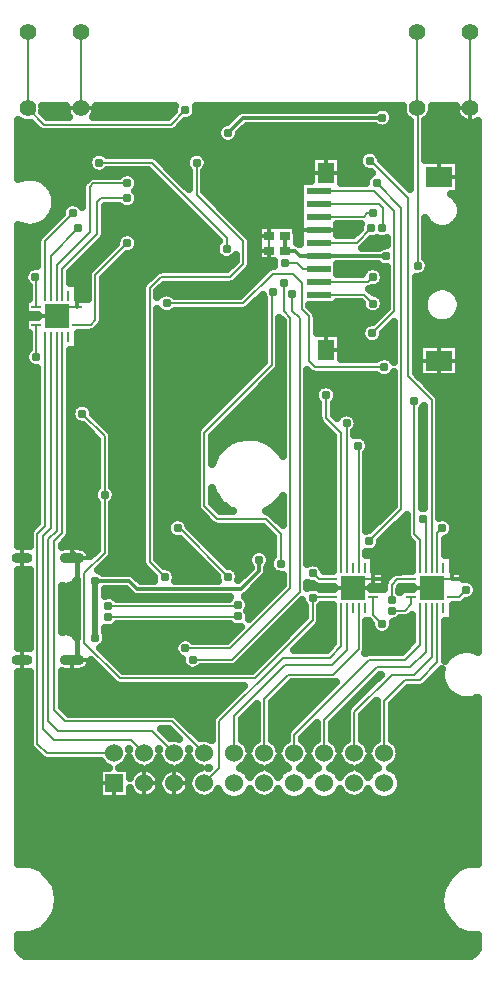
<source format=gbr>
G04 DipTrace 3.3.1.3*
G04 Bottom.gbr*
%MOIN*%
G04 #@! TF.FileFunction,Copper,L2,Bot*
G04 #@! TF.Part,Single*
G04 #@! TA.AperFunction,Conductor*
%ADD14C,0.007874*%
%ADD15C,0.015748*%
%ADD16C,0.011811*%
%ADD17C,0.019685*%
G04 #@! TA.AperFunction,CopperBalancing*
%ADD18C,0.025*%
%ADD19C,0.012992*%
%ADD21R,0.035433X0.027559*%
G04 #@! TA.AperFunction,ComponentPad*
%ADD28R,0.06X0.06*%
%ADD29C,0.06*%
%ADD32O,0.070866X0.035433*%
%ADD33O,0.082677X0.035433*%
%ADD36C,0.055118*%
%ADD38R,0.07874X0.023622*%
%ADD39R,0.057087X0.068898*%
%ADD40R,0.088583X0.068898*%
%ADD49R,0.011024X0.033465*%
%ADD50R,0.033465X0.011024*%
%ADD51R,0.080709X0.080709*%
G04 #@! TA.AperFunction,ViaPad*
%ADD61C,0.031*%
%FSLAX26Y26*%
G04*
G70*
G90*
G75*
G01*
G04 Bottom*
%LPD*%
X1431613Y2764665D2*
D16*
X1653987D1*
X1656201Y2762451D1*
X1129231Y3174173D2*
X1180009Y3224951D1*
X1643701D1*
X1477657Y1686566D2*
D14*
X1432087D1*
X1412451Y1706201D1*
X1674951Y1618701D2*
Y1668701D1*
X1692816Y1686566D1*
X1740159D1*
X490159Y2592815D2*
Y2690993D1*
X487451Y2693701D1*
X1431613Y2764665D2*
D16*
X1370209D1*
X1353673Y2781201D1*
X1318701D1*
Y2831201D1*
X1318702D1*
X1349951Y1106201D2*
D14*
Y1168701D1*
X1599951Y1418701D1*
X1718702D1*
X1768702Y1468701D1*
Y1589125D1*
X1049951Y1006201D2*
X1099951Y1056201D1*
Y1212450D1*
X1312451Y1424950D1*
X1468701D1*
X1506201Y1462450D1*
Y1589125D1*
X1565256D2*
Y1452756D1*
X1481201Y1368701D1*
X1331201D1*
X1249951Y1287451D1*
Y1106201D1*
X518702Y2495374D2*
Y1862451D1*
X493701Y1837450D1*
Y1137451D1*
X524951Y1106201D1*
X749951D1*
X538387Y2495374D2*
Y1857136D1*
X512451Y1831201D1*
Y1187450D1*
X549951Y1149950D1*
X806202D1*
X849951Y1106201D1*
X558072Y2495374D2*
Y1847812D1*
X531201Y1820941D1*
Y1212451D1*
X562451Y1181201D1*
X874951D1*
X949951Y1106201D1*
X577757Y2495374D2*
Y1840256D1*
X549951Y1812450D1*
Y1249951D1*
X587451Y1212451D1*
X943701D1*
X1049951Y1106201D1*
X1449951D2*
Y1218701D1*
X1624951Y1393701D1*
X1737451D1*
X1788387Y1444636D1*
Y1589125D1*
X1649951Y1106201D2*
Y1281201D1*
X1718702Y1349951D1*
X1768702D1*
X1827757Y1409007D1*
Y1589125D1*
X1549951Y1106201D2*
Y1243701D1*
X1674951Y1368701D1*
X1749951D1*
X1808072Y1426822D1*
Y1589125D1*
X1525886D2*
Y1450886D1*
X1474951Y1399951D1*
X1318702D1*
X1149951Y1231201D1*
Y1106201D1*
X1643701Y2856201D2*
X1645348Y2857848D1*
Y2924850D1*
X1632304Y2937894D1*
X1431613D1*
Y2634744D2*
X1583322D1*
X1612451Y2605614D1*
X1024951Y3074951D2*
Y2968701D1*
X1181201Y2812451D1*
Y2737450D1*
X1137451Y2693701D1*
X906201D1*
X868701Y2656201D1*
Y1743702D1*
X918702Y1693701D1*
X1224951Y2968701D2*
X1287451D1*
X1359046Y3040295D1*
X1455196D1*
X1937451Y3512106D2*
Y3256201D1*
X1649951Y2462451D2*
X1638996Y2451496D1*
X1455547D1*
X639597Y3256201D2*
Y3512106D1*
X1455196Y3040295D2*
Y3163587D1*
X1485310Y3193701D1*
X1668702D1*
X1699951Y3224950D1*
Y3256201D1*
X1833508Y2480778D2*
Y2481201D1*
X1833432D1*
Y2415185D1*
X1833297Y3026803D2*
X1924951D1*
Y2480778D1*
X1833508D1*
X1937451Y3256201D2*
Y3187455D1*
X1833297Y3083301D1*
Y3026803D1*
X1431613Y2851280D2*
X1386122D1*
X1268701Y2968701D1*
X1224951D1*
X1124951Y1487450D2*
X968701D1*
X956201Y1474950D1*
Y1412453D1*
X981202Y1387451D1*
X1212451D1*
X1337451Y1512451D1*
X444194Y1417224D2*
Y1036958D1*
X474951Y1006201D1*
X749951D1*
X608761Y1757382D2*
D15*
Y1778642D1*
X624951Y1762451D1*
Y1433415D1*
X608761Y1417224D1*
X444194Y1757382D2*
D14*
Y1417224D1*
X1613484Y1686566D2*
X1655316D1*
X1699951Y1731201D1*
Y1787451D1*
X1613484Y1686566D2*
X1575098D1*
X1545571Y1657038D1*
X1875986Y1686566D2*
X1837600D1*
X1808072Y1657038D1*
X1875986Y1686566D2*
Y2298861D1*
X1833432Y2341415D1*
Y2415185D1*
X625986Y2592815D2*
X587600D1*
X558072Y2563287D1*
X625986Y2592815D2*
Y2713453D1*
X674951Y2762419D1*
X764446Y2851913D1*
X814469D1*
X840432Y2825950D1*
Y2785824D1*
X799951Y2745344D1*
Y2556201D1*
X1099951Y3043701D2*
Y3092324D1*
X1053962Y3138314D1*
X681025D1*
X657421Y3114710D1*
Y3066323D1*
X684566Y3039178D1*
X814386D1*
X840432Y3013133D1*
Y2825950D1*
X557671Y2563492D2*
X558072Y2563287D1*
X674951Y2762451D2*
Y2762419D1*
X1267520Y2781201D2*
Y2831201D1*
X1224951Y2968701D2*
Y2916552D1*
X1267520Y2873984D1*
Y2831201D1*
X462432Y3512106D2*
Y3256201D1*
X517148Y3201484D1*
X938986D1*
X987451Y3249950D1*
X1306201Y1737451D2*
Y1837451D1*
X1256202Y1887450D1*
X1093702D1*
X1049951Y1931201D1*
Y2174949D1*
X1274951Y2399949D1*
Y2643701D1*
X1281202D1*
X924951Y2606201D2*
X1181202D1*
X1280129Y2705127D1*
X1344776D1*
X1374951Y2674951D1*
Y2587450D1*
X1399951Y2562450D1*
Y2412451D1*
X1418702Y2393701D1*
X1649951D1*
X1565256Y1724951D2*
Y2128396D1*
X1562451Y2131201D1*
X1788387Y1724951D2*
Y1880264D1*
X1781201Y1887450D1*
X1431613Y2981201D2*
X1617524D1*
X1684261Y2914463D1*
Y2579862D1*
X1610730Y2506331D1*
X1606202Y2856201D2*
X1557974Y2807972D1*
X1431613D1*
Y2894587D2*
X1582088D1*
X1593702Y2906201D1*
X1612451D1*
X1124951Y2787451D2*
Y2824951D1*
X874951Y3074951D1*
X699951D1*
X1624951Y3006201D2*
X1707865Y2923287D1*
Y1920365D1*
X1599951Y1812451D1*
X1601711Y3081220D2*
X1606182D1*
X1731202Y2956201D1*
Y2362450D1*
X1808072Y2285580D1*
Y1724951D1*
X1318702Y2739297D2*
X1360605D1*
X1378543Y2721358D1*
X1431613D1*
X1875986Y1627510D2*
X1899967D1*
X1922407Y1649950D1*
X1613484Y1627510D2*
Y1567668D1*
X1643701Y1537451D1*
X625986Y2533760D2*
X671261D1*
X687451Y2549950D1*
Y2699951D1*
X793701Y2806201D1*
X1525886Y1724951D2*
Y2205266D1*
X1524951Y2206201D1*
X1827757Y1724951D2*
Y1840256D1*
X1843702Y1856201D1*
X518702Y2631201D2*
Y2812451D1*
X612451Y2906201D1*
X538387Y2631201D2*
Y2763386D1*
X631202Y2856201D1*
X558072Y2631201D2*
Y2733072D1*
X668701Y2843701D1*
Y2993699D1*
X681202Y3006201D1*
X793701D1*
X577757Y2631201D2*
Y2721508D1*
X693701Y2837451D1*
Y2943701D1*
X706201Y2956201D1*
X793701D1*
X1768702Y1724951D2*
Y1818701D1*
X1749951Y1837451D1*
Y2281201D1*
X1506201Y1724951D2*
Y2174953D1*
X1456202Y2224951D1*
Y2299951D1*
X1760286Y3256201D2*
X1762451D1*
Y2737450D1*
X1756202Y2731201D1*
X1762451D1*
X1760286Y3256201D2*
Y3512106D1*
X1431613Y2678051D2*
X1596802D1*
X1612451Y2693701D1*
X687451Y1681201D2*
D17*
Y1491587D1*
Y1681201D2*
D16*
X799951D1*
X827259Y1653894D1*
X1173513D1*
X1233012Y1713392D1*
Y1749953D1*
X731157Y1559469D2*
D14*
Y1561652D1*
X1161652D1*
X1162451Y1562451D1*
X731157Y1596967D2*
X1159469D1*
X1162451Y1599950D1*
X1314654Y2674043D2*
Y2578999D1*
X1337451Y2556201D1*
Y1656201D1*
X1137451Y1456201D1*
X987451D1*
X1343701Y2637451D2*
Y2581202D1*
X1368701Y2556202D1*
Y1643699D1*
X1143702Y1418701D1*
X1012453D1*
X718411Y1968442D2*
Y1774660D1*
X649951Y1706201D1*
Y1474951D1*
X768702Y1356201D1*
X1218702D1*
X1412451Y1549950D1*
Y1624950D1*
Y1627510D1*
X1477657D1*
X1412451Y1624950D2*
D3*
X1674951Y1581201D2*
X1718702D1*
X1740159Y1602657D1*
Y1627510D1*
X718411Y1968442D2*
Y2162741D1*
X643701Y2237451D1*
X489925Y2426488D2*
Y2533526D1*
X490159Y2533760D1*
X962451Y1856201D2*
X968013D1*
X1129047Y1695167D1*
D61*
X731157Y1559469D3*
Y1596967D3*
X687451Y1681201D3*
Y1491587D3*
X1162451Y1599950D3*
Y1562451D3*
X962451Y1856201D3*
X1129047Y1695167D3*
X987451Y1456201D3*
X1012453Y1418701D3*
X1314654Y2674043D3*
X1343701Y2637451D3*
X1337451Y1512451D3*
X1318702Y2739297D3*
X718411Y1968442D3*
X1643701Y2856201D3*
X1612451Y2605614D3*
X1162451Y3006201D3*
X1099951Y3043701D3*
Y2968701D3*
X1224951Y3043701D3*
Y2968701D3*
X1612451Y2693701D3*
X1624951Y3006201D3*
X1612451Y2906201D3*
X1656201Y2762451D3*
X1610730Y2506331D3*
X1843702Y1856201D3*
X699951Y3074951D3*
X1124951Y2787451D3*
X987451Y3249950D3*
X1762451Y2731201D3*
X1781201Y1887450D3*
X1281202Y2643701D3*
X799951Y2556201D3*
X1699951Y1787451D3*
X1749951Y2281201D3*
X1562451Y2131201D3*
X1524951Y2206201D3*
X1456202Y2299951D3*
X631202Y2856201D3*
X1124951Y1487450D3*
X612451Y2906201D3*
X793701Y2956201D3*
Y3006201D3*
X924951Y2606201D3*
X1649951Y2393701D3*
X793701Y2806201D3*
X557671Y2563492D3*
X1599951Y1812451D3*
X1412451Y1624950D3*
Y1706201D3*
X1674951Y1618701D3*
Y1581201D3*
X1922407Y1649950D3*
X1643701Y1537451D3*
X487451Y2693701D3*
X643701Y2237451D3*
X489925Y2426488D3*
X674951Y2762451D3*
X1643701Y3224951D3*
X1129231Y3174173D3*
X1024951Y3074951D3*
X918702Y1693701D3*
X1699951Y3256201D3*
X1649951Y2462451D3*
X1833508Y2480778D3*
X1306201Y1737451D3*
X1606202Y2856201D3*
X1601711Y3081220D3*
X1233012Y1749953D3*
X519340Y3237581D2*
D18*
X591850D1*
X687349D2*
X936804D1*
X1024697D2*
X1151571D1*
X1680839D2*
X1712549D1*
X1808048D2*
X1889709D1*
X988525Y3212713D2*
X1126703D1*
X1680983D2*
X1734653D1*
X1790250D2*
X1912531D1*
X433720Y3187844D2*
X492486D1*
X963658D2*
X1092470D1*
X1183987D2*
X1734653D1*
X1790250D2*
X1959934D1*
X433720Y3162975D2*
X1091609D1*
X1166870D2*
X1734653D1*
X1790250D2*
X1959934D1*
X433720Y3138106D2*
X1119060D1*
X1139425D2*
X1734653D1*
X1790250D2*
X1959934D1*
X433720Y3113238D2*
X1580925D1*
X1622491D2*
X1734653D1*
X1790250D2*
X1959934D1*
X433720Y3088369D2*
X663116D1*
X899820D2*
X988119D1*
X1061801D2*
X1402796D1*
X1507626D2*
X1563019D1*
X1640398D2*
X1734653D1*
X1790250D2*
X1959934D1*
X433720Y3063500D2*
X662398D1*
X924687D2*
X987401D1*
X1062519D2*
X1402796D1*
X1507626D2*
X1566859D1*
X1662215D2*
X1734653D1*
X1901455D2*
X1959934D1*
X433720Y3038631D2*
X691069D1*
X708802D2*
X773639D1*
X813734D2*
X872966D1*
X949555D2*
X997126D1*
X1052758D2*
X1402796D1*
X1507626D2*
X1604896D1*
X1687083D2*
X1734653D1*
X1901455D2*
X1959934D1*
X520309Y3013762D2*
X650484D1*
X832286D2*
X897834D1*
X974423D2*
X997126D1*
X1052758D2*
X1368383D1*
X1507626D2*
X1586344D1*
X1711951D2*
X1734653D1*
X1901455D2*
X1959934D1*
X543849Y2988894D2*
X640903D1*
X828769D2*
X922702D1*
X1052758D2*
X1368383D1*
X1901455D2*
X1959934D1*
X554291Y2964025D2*
X640903D1*
X832250D2*
X947569D1*
X1067937D2*
X1368383D1*
X1885199D2*
X1959934D1*
X556623Y2939156D2*
X593393D1*
X631478D2*
X640903D1*
X828913D2*
X972437D1*
X1092805D2*
X1368383D1*
X1903608D2*
X1959934D1*
X551528Y2914287D2*
X573979D1*
X721511D2*
X997305D1*
X1117673D2*
X1368383D1*
X1908094D2*
X1959934D1*
X537318Y2889419D2*
X557365D1*
X721511D2*
X1022173D1*
X1142540D2*
X1368383D1*
X1902137D2*
X1959934D1*
X503658Y2864550D2*
X532497D1*
X721511D2*
X1047040D1*
X1167408D2*
X1225923D1*
X1360286D2*
X1368383D1*
X1494851D2*
X1567792D1*
X1790250D2*
X1806924D1*
X1880642D2*
X1959934D1*
X433720Y2839681D2*
X507629D1*
X721511D2*
X775756D1*
X811652D2*
X1071944D1*
X1192276D2*
X1225923D1*
X1360286D2*
X1368383D1*
X1494851D2*
X1551393D1*
X1790250D2*
X1959934D1*
X433720Y2814812D2*
X491015D1*
X709346D2*
X755338D1*
X832070D2*
X1096812D1*
X1208890D2*
X1225923D1*
X1360286D2*
X1368383D1*
X1603114D2*
X1656462D1*
X1790250D2*
X1959934D1*
X433720Y2789944D2*
X490907D1*
X684479D2*
X739154D1*
X829307D2*
X1085652D1*
X1208998D2*
X1225923D1*
X1790250D2*
X1959934D1*
X433720Y2765075D2*
X490907D1*
X659611D2*
X714286D1*
X790875D2*
X1093152D1*
X1208998D2*
X1225923D1*
X1790250D2*
X1959934D1*
X433720Y2740206D2*
X490907D1*
X634743D2*
X689419D1*
X766008D2*
X1145650D1*
X1208998D2*
X1279355D1*
X1800692D2*
X1959934D1*
X433720Y2715337D2*
X455095D1*
X609876D2*
X664838D1*
X741140D2*
X890550D1*
X1197371D2*
X1252047D1*
X1494851D2*
X1580100D1*
X1644811D2*
X1656462D1*
X1798252D2*
X1959934D1*
X433720Y2690469D2*
X448205D1*
X605569D2*
X659635D1*
X716272D2*
X864677D1*
X1172504D2*
X1227179D1*
X1759031D2*
X1959934D1*
X433720Y2665600D2*
X461088D1*
X631944D2*
X659635D1*
X715267D2*
X842716D1*
X916398D2*
X1202311D1*
X1638819D2*
X1656462D1*
X1759031D2*
X1959934D1*
X433720Y2640731D2*
X462344D1*
X631944D2*
X659635D1*
X715267D2*
X840886D1*
X896518D2*
X909532D1*
X940405D2*
X1177444D1*
X1626187D2*
X1656462D1*
X1759031D2*
X1793467D1*
X1894099D2*
X1959934D1*
X433720Y2615862D2*
X449569D1*
X715267D2*
X840886D1*
X1229165D2*
X1247131D1*
X1759031D2*
X1781123D1*
X1906443D2*
X1959934D1*
X433720Y2590993D2*
X449569D1*
X715267D2*
X840886D1*
X1204297D2*
X1247131D1*
X1409698D2*
X1576117D1*
X1648794D2*
X1656479D1*
X1759031D2*
X1780334D1*
X1907232D2*
X1959934D1*
X433720Y2566125D2*
X449569D1*
X715267D2*
X840886D1*
X896518D2*
X1247131D1*
X1427497D2*
X1632240D1*
X1759031D2*
X1790561D1*
X1897005D2*
X1959934D1*
X433720Y2541256D2*
X449569D1*
X713724D2*
X840886D1*
X896518D2*
X1247131D1*
X1427748D2*
X1596391D1*
X1759031D2*
X1827378D1*
X1860188D2*
X1959934D1*
X433720Y2516387D2*
X449569D1*
X692194D2*
X840886D1*
X896518D2*
X1247131D1*
X1427748D2*
X1572744D1*
X1659093D2*
X1680038D1*
X1759031D2*
X1959934D1*
X433720Y2491518D2*
X462128D1*
X631944D2*
X840886D1*
X896518D2*
X1247131D1*
X1507949D2*
X1574466D1*
X1647000D2*
X1680038D1*
X1759031D2*
X1959934D1*
X433720Y2466650D2*
X462128D1*
X631944D2*
X840886D1*
X896518D2*
X1247131D1*
X1507949D2*
X1680038D1*
X1901599D2*
X1959934D1*
X433720Y2441781D2*
X453875D1*
X605569D2*
X840886D1*
X896518D2*
X1247131D1*
X1507949D2*
X1680038D1*
X1901599D2*
X1959934D1*
X433720Y2416912D2*
X451829D1*
X605569D2*
X840886D1*
X896518D2*
X1247131D1*
X1901599D2*
X1959934D1*
X433720Y2392043D2*
X474257D1*
X605569D2*
X840886D1*
X896518D2*
X1228758D1*
X1301507D2*
X1309629D1*
X1901599D2*
X1959934D1*
X433720Y2367175D2*
X490907D1*
X605569D2*
X840886D1*
X896518D2*
X1203890D1*
X1280479D2*
X1309641D1*
X1396529D2*
X1621833D1*
X1901599D2*
X1959934D1*
X433720Y2342306D2*
X490907D1*
X605569D2*
X840886D1*
X896518D2*
X1179022D1*
X1255611D2*
X1309641D1*
X1396529D2*
X1680038D1*
X1789640D2*
X1959934D1*
X433720Y2317437D2*
X490907D1*
X605569D2*
X840886D1*
X896518D2*
X1154155D1*
X1230744D2*
X1309641D1*
X1396529D2*
X1421241D1*
X1491155D2*
X1680038D1*
X1814508D2*
X1959934D1*
X433720Y2292568D2*
X490907D1*
X605569D2*
X840886D1*
X896518D2*
X1129287D1*
X1205876D2*
X1309641D1*
X1396529D2*
X1417581D1*
X1494815D2*
X1680038D1*
X1834890D2*
X1959934D1*
X433720Y2267699D2*
X490907D1*
X605569D2*
X620126D1*
X667290D2*
X840886D1*
X896518D2*
X1104419D1*
X1181008D2*
X1309641D1*
X1396529D2*
X1428382D1*
X1484014D2*
X1680038D1*
X1835895D2*
X1959934D1*
X433720Y2242831D2*
X490907D1*
X682685D2*
X840886D1*
X896518D2*
X1079552D1*
X1156140D2*
X1309641D1*
X1396529D2*
X1428382D1*
X1484014D2*
X1518200D1*
X1531667D2*
X1680038D1*
X1835895D2*
X1959934D1*
X433720Y2217962D2*
X490907D1*
X701488D2*
X840886D1*
X896518D2*
X1054684D1*
X1131273D2*
X1309641D1*
X1396529D2*
X1429386D1*
X1562385D2*
X1680038D1*
X1835895D2*
X1959934D1*
X433720Y2193093D2*
X490907D1*
X605569D2*
X649767D1*
X726356D2*
X840886D1*
X896518D2*
X1029816D1*
X1106405D2*
X1309641D1*
X1396529D2*
X1449769D1*
X1561919D2*
X1680038D1*
X1835895D2*
X1959934D1*
X433720Y2168224D2*
X490907D1*
X605569D2*
X674634D1*
X745625D2*
X840886D1*
X896518D2*
X1022137D1*
X1081537D2*
X1309641D1*
X1396529D2*
X1474636D1*
X1553701D2*
X1680038D1*
X1835895D2*
X1959934D1*
X433720Y2143356D2*
X490907D1*
X605569D2*
X690603D1*
X746235D2*
X840886D1*
X896518D2*
X1022137D1*
X1077769D2*
X1130256D1*
X1269642D2*
X1309641D1*
X1396529D2*
X1478404D1*
X1599777D2*
X1680038D1*
X1835895D2*
X1959934D1*
X433720Y2118487D2*
X490907D1*
X605569D2*
X690603D1*
X746235D2*
X840886D1*
X896518D2*
X1022137D1*
X1077769D2*
X1100113D1*
X1299785D2*
X1309635D1*
X1396529D2*
X1478404D1*
X1599561D2*
X1680038D1*
X1835895D2*
X1959934D1*
X433720Y2093618D2*
X490907D1*
X605569D2*
X690603D1*
X746235D2*
X840886D1*
X896518D2*
X1022137D1*
X1396529D2*
X1478404D1*
X1593066D2*
X1680038D1*
X1835895D2*
X1959934D1*
X433720Y2068749D2*
X490907D1*
X605569D2*
X690603D1*
X746235D2*
X840886D1*
X896518D2*
X1022137D1*
X1396529D2*
X1478404D1*
X1593066D2*
X1680038D1*
X1835895D2*
X1959934D1*
X433720Y2043881D2*
X490907D1*
X605569D2*
X690603D1*
X746235D2*
X840886D1*
X896518D2*
X1022137D1*
X1396529D2*
X1478404D1*
X1593066D2*
X1680038D1*
X1835895D2*
X1959934D1*
X433720Y2019012D2*
X490907D1*
X605569D2*
X690603D1*
X746235D2*
X840886D1*
X896518D2*
X1022137D1*
X1396529D2*
X1478404D1*
X1593066D2*
X1680038D1*
X1835895D2*
X1959934D1*
X433720Y1994143D2*
X490907D1*
X605569D2*
X689455D1*
X747348D2*
X840886D1*
X896518D2*
X1022137D1*
X1396529D2*
X1478404D1*
X1593066D2*
X1680038D1*
X1835895D2*
X1959934D1*
X433720Y1969274D2*
X490907D1*
X605569D2*
X679048D1*
X757790D2*
X840886D1*
X896518D2*
X1022137D1*
X1396529D2*
X1478404D1*
X1593066D2*
X1680038D1*
X1835895D2*
X1959934D1*
X433720Y1944406D2*
X490907D1*
X605569D2*
X687947D1*
X748891D2*
X840886D1*
X896518D2*
X1022137D1*
X1077769D2*
X1099683D1*
X1300215D2*
X1309661D1*
X1396529D2*
X1478404D1*
X1593066D2*
X1680038D1*
X1835895D2*
X1959934D1*
X433720Y1919537D2*
X490907D1*
X605569D2*
X690603D1*
X746235D2*
X840886D1*
X896518D2*
X1024972D1*
X1099910D2*
X1129431D1*
X1270467D2*
X1309641D1*
X1396529D2*
X1478404D1*
X1593066D2*
X1668734D1*
X1835895D2*
X1959934D1*
X433720Y1894668D2*
X490907D1*
X605569D2*
X690603D1*
X746235D2*
X840886D1*
X896518D2*
X1048189D1*
X1287297D2*
X1309641D1*
X1396529D2*
X1478404D1*
X1593066D2*
X1643866D1*
X1835895D2*
X1959934D1*
X433720Y1869799D2*
X487750D1*
X605569D2*
X690603D1*
X746235D2*
X840886D1*
X896518D2*
X925680D1*
X999219D2*
X1073056D1*
X1396529D2*
X1478404D1*
X1593066D2*
X1618999D1*
X1695587D2*
X1722130D1*
X1880463D2*
X1959934D1*
X433720Y1844930D2*
X467008D1*
X605569D2*
X690603D1*
X746235D2*
X840886D1*
X896518D2*
X924855D1*
X1017592D2*
X1260444D1*
X1396529D2*
X1478404D1*
X1670720D2*
X1722130D1*
X1881324D2*
X1959934D1*
X433720Y1820062D2*
X465896D1*
X595845D2*
X690603D1*
X746235D2*
X840886D1*
X896518D2*
X952629D1*
X1042459D2*
X1278386D1*
X1396529D2*
X1478404D1*
X1645852D2*
X1729055D1*
X1855559D2*
X1959934D1*
X644791Y1795193D2*
X690603D1*
X746235D2*
X840886D1*
X896518D2*
X990738D1*
X1067327D2*
X1278386D1*
X1396529D2*
X1478404D1*
X1635051D2*
X1740897D1*
X1855559D2*
X1959934D1*
X745841Y1770324D2*
X840886D1*
X896518D2*
X1015606D1*
X1092195D2*
X1199764D1*
X1266233D2*
X1278386D1*
X1396529D2*
X1478404D1*
X1593066D2*
X1740897D1*
X1855559D2*
X1959934D1*
X727504Y1745455D2*
X840886D1*
X905238D2*
X1040474D1*
X1117063D2*
X1193914D1*
X1396529D2*
X1476825D1*
X1619441D2*
X1739318D1*
X1881934D2*
X1959934D1*
X702636Y1720587D2*
X853517D1*
X946433D2*
X1065341D1*
X1158258D2*
X1199118D1*
X1262788D2*
X1270930D1*
X1448920D2*
X1476825D1*
X1619441D2*
X1739318D1*
X1881934D2*
X1959934D1*
X433720Y1695718D2*
X465896D1*
X826508D2*
X878385D1*
X958024D2*
X1089671D1*
X1256293D2*
X1309641D1*
X1654105D2*
X1663674D1*
X1916598D2*
X1959934D1*
X433720Y1670849D2*
X465896D1*
X1231533D2*
X1309641D1*
X433720Y1645980D2*
X465896D1*
X577759D2*
X622136D1*
X721152D2*
X794093D1*
X1206665D2*
X1288936D1*
X433720Y1621112D2*
X465896D1*
X577759D2*
X622136D1*
X1195147D2*
X1264068D1*
X1947889D2*
X1959934D1*
X433720Y1596243D2*
X465896D1*
X577759D2*
X622136D1*
X1201642D2*
X1239200D1*
X1359532D2*
X1384639D1*
X1440271D2*
X1476825D1*
X1881934D2*
X1959934D1*
X433720Y1571374D2*
X465896D1*
X577759D2*
X622136D1*
X1200745D2*
X1214333D1*
X1334664D2*
X1384639D1*
X1440271D2*
X1476825D1*
X1881934D2*
X1959934D1*
X433720Y1546505D2*
X465896D1*
X577759D2*
X622136D1*
X1309797D2*
X1370716D1*
X1440020D2*
X1478404D1*
X1689954D2*
X1740897D1*
X1881934D2*
X1959934D1*
X433720Y1521636D2*
X465896D1*
X577759D2*
X622136D1*
X721152D2*
X1164597D1*
X1284929D2*
X1345848D1*
X1422437D2*
X1478404D1*
X1593066D2*
X1607874D1*
X1679511D2*
X1740897D1*
X1855559D2*
X1959934D1*
X433720Y1496768D2*
X465896D1*
X726463D2*
X1139729D1*
X1260061D2*
X1320980D1*
X1397569D2*
X1478404D1*
X1593066D2*
X1740897D1*
X1855559D2*
X1959934D1*
X433720Y1471899D2*
X465896D1*
X721116D2*
X951589D1*
X1235193D2*
X1296113D1*
X1372702D2*
X1477364D1*
X1593066D2*
X1733613D1*
X1855559D2*
X1959934D1*
X716164Y1447030D2*
X949220D1*
X1210326D2*
X1271245D1*
X1592420D2*
X1708745D1*
X1855559D2*
X1888022D1*
X741032Y1422161D2*
X970787D1*
X1185458D2*
X1246377D1*
X668510Y1397293D2*
X689311D1*
X765900D2*
X979937D1*
X1159693D2*
X1221509D1*
X433720Y1372424D2*
X465896D1*
X577759D2*
X714179D1*
X433720Y1347555D2*
X465896D1*
X577759D2*
X739046D1*
X1804604D2*
X1839543D1*
X433720Y1322686D2*
X465896D1*
X577759D2*
X1171882D1*
X1323468D2*
X1465629D1*
X1729749D2*
X1850308D1*
X433720Y1297818D2*
X465896D1*
X577759D2*
X1147014D1*
X1298601D2*
X1440762D1*
X1704846D2*
X1874530D1*
X433720Y1272949D2*
X465896D1*
X577759D2*
X1122146D1*
X1277752D2*
X1415894D1*
X1679978D2*
X1959934D1*
X433720Y1248080D2*
X465896D1*
X590103D2*
X1097278D1*
X1205122D2*
X1222155D1*
X1277752D2*
X1391026D1*
X1592636D2*
X1622156D1*
X1677753D2*
X1959934D1*
X433720Y1223211D2*
X465896D1*
X971229D2*
X1074528D1*
X1180255D2*
X1222155D1*
X1277752D2*
X1366159D1*
X1492770D2*
X1522147D1*
X1577780D2*
X1622156D1*
X1677753D2*
X1959934D1*
X433720Y1198343D2*
X465896D1*
X996097D2*
X1072124D1*
X1177779D2*
X1222155D1*
X1277752D2*
X1341291D1*
X1477770D2*
X1522147D1*
X1577780D2*
X1622156D1*
X1677753D2*
X1959934D1*
X433720Y1173474D2*
X465896D1*
X920991D2*
X944376D1*
X1020965D2*
X1072124D1*
X1177779D2*
X1222155D1*
X1277752D2*
X1322595D1*
X1393012D2*
X1422138D1*
X1477770D2*
X1522147D1*
X1577780D2*
X1622156D1*
X1677753D2*
X1959934D1*
X433720Y1148605D2*
X465896D1*
X1181439D2*
X1218459D1*
X1281448D2*
X1318433D1*
X1381457D2*
X1418442D1*
X1481467D2*
X1518451D1*
X1581440D2*
X1618460D1*
X1681449D2*
X1959934D1*
X433720Y1123736D2*
X469915D1*
X1700755D2*
X1959934D1*
X433720Y1098867D2*
X493993D1*
X1703303D2*
X1959934D1*
X433720Y1073999D2*
X707433D1*
X792490D2*
X807406D1*
X892463D2*
X907415D1*
X992473D2*
X1007424D1*
X1192491D2*
X1207407D1*
X1292465D2*
X1307416D1*
X1392474D2*
X1407425D1*
X1492483D2*
X1507435D1*
X1592492D2*
X1607408D1*
X1692466D2*
X1959934D1*
X433720Y1049130D2*
X696093D1*
X803830D2*
X819248D1*
X880658D2*
X919221D1*
X980667D2*
X1019230D1*
X1189190D2*
X1219249D1*
X1280659D2*
X1310717D1*
X1389172D2*
X1410727D1*
X1489182D2*
X1519240D1*
X1580686D2*
X1610745D1*
X1689164D2*
X1959934D1*
X433720Y1024261D2*
X696093D1*
X1705994D2*
X1959934D1*
X433720Y999392D2*
X696093D1*
X1708542D2*
X1959934D1*
X433720Y974524D2*
X696093D1*
X892894D2*
X907020D1*
X992903D2*
X1006994D1*
X1092913D2*
X1100687D1*
X1199237D2*
X1207001D1*
X1292895D2*
X1300693D1*
X1499229D2*
X1507004D1*
X1592887D2*
X1600681D1*
X1699212D2*
X1959934D1*
X433720Y949655D2*
X1959934D1*
X433720Y924786D2*
X1959934D1*
X433720Y899917D2*
X1959934D1*
X433720Y875049D2*
X1959934D1*
X433720Y850180D2*
X1959934D1*
X433720Y825311D2*
X1959934D1*
X433720Y800442D2*
X1959934D1*
X433720Y775573D2*
X1959934D1*
X433720Y750705D2*
X1959934D1*
X502654Y725836D2*
X1897244D1*
X531612Y700967D2*
X1868286D1*
X551600Y676098D2*
X1851062D1*
X560427Y651230D2*
X1840189D1*
X563980Y626361D2*
X1836062D1*
X562257Y601492D2*
X1837641D1*
X558023Y576623D2*
X1841875D1*
X543095Y551755D2*
X1856803D1*
X522067Y526886D2*
X1877831D1*
X478791Y502017D2*
X1921143D1*
X433720Y477148D2*
X1959934D1*
X434689Y452280D2*
X1958965D1*
X1288797Y2866354D2*
X1357791D1*
X1357941Y2808145D1*
X1362103Y2807145D1*
X1366058Y2805507D1*
X1369714Y2803265D1*
X1370869Y2811533D1*
Y3014386D1*
X1405282D1*
X1405279Y3096118D1*
X1505113D1*
Y3006515D1*
X1588104Y3006512D1*
X1588531Y3011969D1*
X1589882Y3017595D1*
X1592096Y3022941D1*
X1595120Y3027875D1*
X1598878Y3032275D1*
X1603277Y3036032D1*
X1608211Y3039056D1*
X1611212Y3040405D1*
X1606911Y3044696D1*
X1601711Y3044346D1*
X1595943Y3044800D1*
X1590317Y3046151D1*
X1584971Y3048365D1*
X1580037Y3051389D1*
X1575637Y3055147D1*
X1571880Y3059546D1*
X1568856Y3064480D1*
X1566642Y3069826D1*
X1565291Y3075452D1*
X1564837Y3081220D1*
X1565291Y3086989D1*
X1566642Y3092615D1*
X1568856Y3097961D1*
X1571880Y3102894D1*
X1575637Y3107294D1*
X1580037Y3111052D1*
X1584971Y3114075D1*
X1590317Y3116290D1*
X1595943Y3117641D1*
X1601711Y3118094D1*
X1607480Y3117641D1*
X1613106Y3116290D1*
X1618452Y3114075D1*
X1623385Y3111052D1*
X1627785Y3107294D1*
X1631543Y3102894D1*
X1634566Y3097961D1*
X1636781Y3092615D1*
X1638131Y3086989D1*
X1638391Y3084799D1*
X1737121Y2986077D1*
X1737140Y3213095D1*
X1731524Y3216613D1*
X1725685Y3221600D1*
X1720698Y3227439D1*
X1716686Y3233986D1*
X1713748Y3241080D1*
X1711955Y3248546D1*
X1711353Y3256201D1*
X1711788Y3262440D1*
X1022119Y3262450D1*
X1023307Y3258558D1*
X1024212Y3252843D1*
Y3247057D1*
X1023307Y3241342D1*
X1021519Y3235839D1*
X1018892Y3230684D1*
X1015491Y3226002D1*
X1011399Y3221911D1*
X1006718Y3218510D1*
X1001563Y3215883D1*
X996060Y3214095D1*
X990345Y3213190D1*
X986423Y3213117D1*
X955424Y3182238D1*
X952211Y3179903D1*
X948672Y3178100D1*
X944894Y3176872D1*
X940971Y3176251D1*
X819563Y3176173D1*
X515162Y3176251D1*
X511240Y3176872D1*
X507462Y3178100D1*
X503923Y3179903D1*
X500710Y3182238D1*
X474156Y3208681D1*
X466271Y3207419D1*
X458593D1*
X451009Y3208620D1*
X443706Y3210993D1*
X436864Y3214478D1*
X431206Y3218555D1*
X431202Y3020567D1*
X442267Y3025061D1*
X448731Y3026884D1*
X455320Y3028195D1*
X461990Y3028984D1*
X468702Y3029248D1*
X475414Y3028984D1*
X482085Y3028195D1*
X488673Y3026884D1*
X495138Y3025061D1*
X501440Y3022736D1*
X507540Y3019924D1*
X513400Y3016642D1*
X518986Y3012910D1*
X524261Y3008751D1*
X529193Y3004192D1*
X533753Y2999259D1*
X537911Y2993984D1*
X541643Y2988399D1*
X544925Y2982538D1*
X547737Y2976438D1*
X550062Y2970136D1*
X551886Y2963671D1*
X553196Y2957083D1*
X553986Y2950413D1*
X554249Y2943701D1*
X553986Y2936989D1*
X553196Y2930318D1*
X551886Y2923730D1*
X550062Y2917265D1*
X547737Y2910963D1*
X544925Y2904863D1*
X541643Y2899002D1*
X537911Y2893417D1*
X533753Y2888142D1*
X529193Y2883210D1*
X524261Y2878650D1*
X518986Y2874492D1*
X513400Y2870760D1*
X507540Y2867478D1*
X501440Y2864665D1*
X495138Y2862341D1*
X488673Y2860517D1*
X482085Y2859207D1*
X475414Y2858417D1*
X468702Y2858154D1*
X461990Y2858417D1*
X455320Y2859207D1*
X448731Y2860517D1*
X442267Y2862341D1*
X435965Y2864665D1*
X431223Y2866851D1*
X431202Y1796486D1*
X465099Y1796342D1*
X468394Y1795924D1*
X468468Y1839436D1*
X469089Y1843359D1*
X470316Y1847136D1*
X472119Y1850675D1*
X474454Y1853888D1*
X493387Y1872932D1*
X493391Y2389770D1*
X487032Y2389728D1*
X481317Y2390633D1*
X475814Y2392421D1*
X470659Y2395048D1*
X465977Y2398449D1*
X461886Y2402540D1*
X458485Y2407222D1*
X455858Y2412377D1*
X454070Y2417880D1*
X453165Y2423595D1*
Y2429381D1*
X454070Y2435096D1*
X455858Y2440599D1*
X458485Y2445755D1*
X461886Y2450436D1*
X464607Y2453261D1*
X464614Y2506905D1*
X452053Y2506874D1*
Y2560645D1*
X496370D1*
X496344Y2565928D1*
X452053Y2565929D1*
Y2619701D1*
X464863D1*
X464848Y2664547D1*
X461378Y2667627D1*
X457620Y2672027D1*
X454596Y2676960D1*
X452382Y2682306D1*
X451031Y2687932D1*
X450577Y2693701D1*
X451031Y2699469D1*
X452382Y2705095D1*
X454596Y2710441D1*
X457620Y2715375D1*
X461378Y2719775D1*
X465777Y2723532D1*
X470711Y2726556D1*
X476057Y2728770D1*
X481683Y2730121D1*
X487451Y2730575D1*
X493386Y2730088D1*
X493469Y2814437D1*
X494090Y2818360D1*
X495318Y2822138D1*
X497121Y2825676D1*
X499455Y2828890D1*
X575581Y2905126D1*
X576031Y2911969D1*
X577382Y2917595D1*
X579596Y2922941D1*
X582620Y2927875D1*
X586378Y2932275D1*
X590777Y2936032D1*
X595711Y2939056D1*
X601057Y2941270D1*
X606683Y2942621D1*
X612451Y2943075D1*
X618220Y2942621D1*
X623846Y2941270D1*
X629192Y2939056D1*
X634125Y2936032D1*
X638525Y2932275D1*
X642283Y2927875D1*
X643390Y2926378D1*
X643468Y2995685D1*
X644089Y2999608D1*
X645316Y3003386D1*
X647120Y3006925D1*
X649454Y3010138D1*
X664764Y3025448D1*
X667977Y3027782D1*
X671516Y3029585D1*
X675293Y3030813D1*
X679216Y3031434D1*
X766858Y3031512D1*
X772027Y3036032D1*
X776960Y3039056D1*
X782306Y3041270D1*
X787932Y3042621D1*
X793701Y3043075D1*
X799469Y3042621D1*
X805095Y3041270D1*
X810441Y3039056D1*
X815375Y3036032D1*
X819775Y3032275D1*
X823532Y3027875D1*
X826556Y3022941D1*
X828770Y3017595D1*
X830121Y3011969D1*
X830575Y3006201D1*
X830121Y3000432D1*
X828770Y2994806D1*
X826556Y2989460D1*
X823532Y2984527D1*
X820780Y2981215D1*
X823532Y2977875D1*
X826556Y2972941D1*
X828770Y2967595D1*
X830121Y2961969D1*
X830575Y2956201D1*
X830121Y2950432D1*
X828770Y2944806D1*
X826556Y2939460D1*
X823532Y2934527D1*
X819775Y2930127D1*
X815375Y2926369D1*
X810441Y2923346D1*
X805095Y2921132D1*
X799469Y2919781D1*
X793701Y2919327D1*
X787932Y2919781D1*
X782306Y2921132D1*
X776960Y2923346D1*
X772027Y2926369D1*
X766928Y2930883D1*
X719026Y2930890D1*
X718934Y2835466D1*
X718313Y2831543D1*
X717085Y2827765D1*
X715282Y2824226D1*
X712948Y2821013D1*
X627154Y2735109D1*
X603074Y2711029D1*
X603068Y2674392D1*
X629446Y2674425D1*
Y2619702D1*
X662138Y2619701D1*
X662218Y2701937D1*
X662840Y2705860D1*
X664067Y2709638D1*
X665870Y2713176D1*
X668205Y2716390D1*
X756866Y2805161D1*
X757281Y2811969D1*
X758632Y2817595D1*
X760846Y2822941D1*
X763869Y2827875D1*
X767627Y2832275D1*
X772027Y2836032D1*
X776960Y2839056D1*
X782306Y2841270D1*
X787932Y2842621D1*
X793701Y2843075D1*
X799469Y2842621D1*
X805095Y2841270D1*
X810441Y2839056D1*
X815375Y2836032D1*
X819775Y2832275D1*
X823532Y2827875D1*
X826556Y2822941D1*
X828770Y2817595D1*
X830121Y2811969D1*
X830575Y2806201D1*
X830121Y2800432D1*
X828770Y2794806D1*
X826556Y2789460D1*
X823532Y2784527D1*
X819775Y2780127D1*
X815375Y2776369D1*
X810441Y2773346D1*
X805095Y2771132D1*
X799469Y2769781D1*
X792672Y2769367D1*
X712767Y2689472D1*
X712685Y2547964D1*
X712063Y2544041D1*
X710836Y2540264D1*
X709033Y2536725D1*
X706698Y2533512D1*
X687699Y2514513D1*
X684486Y2512179D1*
X680947Y2510375D1*
X677170Y2509148D1*
X673247Y2508527D1*
X671253Y2508449D1*
X664092Y2506874D1*
X629464D1*
X629446Y2452149D1*
X603071D1*
X602990Y1838270D1*
X602369Y1834347D1*
X601142Y1830570D1*
X599338Y1827031D1*
X597004Y1823818D1*
X575280Y1801983D1*
X575569Y1795283D1*
X580990Y1796252D1*
X590651Y1796472D1*
X635572Y1796342D1*
X641015Y1795508D1*
X646288Y1793916D1*
X651284Y1791600D1*
X655905Y1788604D1*
X660059Y1784988D1*
X663664Y1780825D1*
X666649Y1776196D1*
X668953Y1771194D1*
X670531Y1765918D1*
X671045Y1763087D1*
X693078Y1785123D1*
X693100Y1941629D1*
X688579Y1946768D1*
X685556Y1951702D1*
X683341Y1957048D1*
X681991Y1962674D1*
X681537Y1968442D1*
X681991Y1974211D1*
X683341Y1979837D1*
X685556Y1985183D1*
X688579Y1990116D1*
X693093Y1995215D1*
X693100Y2152277D1*
X644767Y2200590D1*
X637932Y2201031D1*
X632306Y2202382D1*
X626960Y2204596D1*
X622027Y2207620D1*
X617627Y2211378D1*
X613869Y2215777D1*
X610846Y2220711D1*
X608632Y2226057D1*
X607281Y2231683D1*
X606827Y2237451D1*
X607281Y2243220D1*
X608632Y2248846D1*
X610846Y2254192D1*
X613869Y2259125D1*
X617627Y2263525D1*
X622027Y2267283D1*
X626960Y2270306D1*
X632306Y2272521D1*
X637932Y2273871D1*
X643701Y2274325D1*
X649469Y2273871D1*
X655095Y2272521D1*
X660441Y2270306D1*
X665375Y2267283D1*
X669775Y2263525D1*
X673532Y2259125D1*
X676556Y2254192D1*
X678770Y2248846D1*
X680121Y2243220D1*
X680534Y2236423D1*
X737657Y2179180D1*
X739992Y2175966D1*
X741795Y2172428D1*
X743022Y2168650D1*
X743644Y2164727D1*
X743722Y2043319D1*
Y1995270D1*
X748242Y1990116D1*
X751266Y1985183D1*
X753480Y1979837D1*
X754831Y1974211D1*
X755285Y1968442D1*
X754831Y1962674D1*
X753480Y1957048D1*
X751266Y1951702D1*
X748242Y1946768D1*
X743729Y1941670D1*
X743644Y1772674D1*
X743023Y1768751D1*
X741795Y1764974D1*
X739992Y1761435D1*
X737657Y1758222D1*
X696497Y1716951D1*
X701563Y1715268D1*
X706718Y1712641D1*
X712221Y1708480D1*
X802092Y1708396D1*
X806320Y1707727D1*
X810391Y1706404D1*
X814205Y1704461D1*
X817668Y1701944D1*
X838551Y1681181D1*
X883991Y1681173D1*
X882282Y1687932D1*
X881868Y1694729D1*
X849454Y1727264D1*
X847120Y1730477D1*
X845316Y1734016D1*
X844089Y1737793D1*
X843468Y1741716D1*
X843390Y1863125D1*
X843468Y2658187D1*
X844089Y2662110D1*
X845316Y2665887D1*
X847120Y2669426D1*
X849454Y2672639D1*
X888303Y2711598D1*
X891323Y2714178D1*
X894710Y2716253D1*
X898379Y2717773D1*
X902241Y2718700D1*
X906209Y2719012D1*
X1126996D1*
X1155915Y2747959D1*
X1155890Y2767413D1*
X1152991Y2763504D1*
X1148899Y2759412D1*
X1144218Y2756011D1*
X1139063Y2753384D1*
X1133560Y2751596D1*
X1127845Y2750691D1*
X1122058D1*
X1116343Y2751596D1*
X1110840Y2753384D1*
X1105685Y2756011D1*
X1101004Y2759412D1*
X1096912Y2763504D1*
X1093511Y2768185D1*
X1090884Y2773340D1*
X1089096Y2778843D1*
X1088191Y2784558D1*
Y2790345D1*
X1089096Y2796060D1*
X1090884Y2801563D1*
X1093511Y2806718D1*
X1096912Y2811399D1*
X1099633Y2814224D1*
X1074575Y2839532D1*
X864453Y3049654D1*
X726786Y3049640D1*
X721625Y3045120D1*
X716692Y3042096D1*
X711346Y3039882D1*
X705720Y3038531D1*
X699951Y3038077D1*
X694183Y3038531D1*
X688557Y3039882D1*
X683211Y3042096D1*
X678277Y3045120D1*
X673878Y3048878D1*
X670120Y3053277D1*
X667096Y3058211D1*
X664882Y3063557D1*
X663531Y3069183D1*
X663077Y3074951D1*
X663531Y3080720D1*
X664882Y3086346D1*
X667096Y3091692D1*
X670120Y3096625D1*
X673878Y3101025D1*
X678277Y3104783D1*
X683211Y3107806D1*
X688557Y3110021D1*
X694183Y3111371D1*
X699951Y3111825D1*
X705720Y3111371D1*
X711346Y3110021D1*
X716692Y3107806D1*
X721625Y3104783D1*
X726724Y3100270D1*
X876937Y3100184D1*
X880860Y3099563D1*
X884638Y3098336D1*
X888176Y3096533D1*
X891390Y3094198D1*
X977294Y3008405D1*
X999648Y2986050D1*
X999640Y3048112D1*
X995120Y3053277D1*
X992096Y3058211D1*
X989882Y3063557D1*
X988531Y3069183D1*
X988077Y3074951D1*
X988531Y3080720D1*
X989882Y3086346D1*
X992096Y3091692D1*
X995120Y3096625D1*
X998878Y3101025D1*
X1003277Y3104783D1*
X1008211Y3107806D1*
X1013557Y3110021D1*
X1019183Y3111371D1*
X1024951Y3111825D1*
X1030720Y3111371D1*
X1036346Y3110021D1*
X1041692Y3107806D1*
X1046625Y3104783D1*
X1051025Y3101025D1*
X1054783Y3096625D1*
X1057806Y3091692D1*
X1060021Y3086346D1*
X1061371Y3080720D1*
X1061825Y3074951D1*
X1061371Y3069183D1*
X1060021Y3063557D1*
X1057806Y3058211D1*
X1054783Y3053277D1*
X1050270Y3048179D1*
X1050262Y2979177D1*
X1200447Y2828890D1*
X1202782Y2825676D1*
X1204585Y2822138D1*
X1205812Y2818360D1*
X1206434Y2814437D1*
X1206512Y2737450D1*
X1206200Y2733491D1*
X1205273Y2729629D1*
X1203753Y2725959D1*
X1201678Y2722573D1*
X1199098Y2719553D1*
X1153890Y2674454D1*
X1150676Y2672120D1*
X1147138Y2670316D1*
X1143360Y2669089D1*
X1139437Y2668468D1*
X1018029Y2668390D1*
X916656D1*
X894030Y2645735D1*
X894012Y2626237D1*
X896912Y2630149D1*
X901004Y2634240D1*
X905685Y2637641D1*
X910840Y2640268D1*
X916343Y2642056D1*
X922058Y2642961D1*
X927845D1*
X933560Y2642056D1*
X939063Y2640268D1*
X944218Y2637641D1*
X948899Y2634240D1*
X951724Y2631519D1*
X1170722Y2631512D1*
X1263690Y2724374D1*
X1266904Y2726709D1*
X1270442Y2728512D1*
X1274220Y2729739D1*
X1278143Y2730360D1*
X1282892Y2730438D1*
X1281942Y2736403D1*
Y2742190D1*
X1282478Y2746052D1*
X1228429Y2746047D1*
Y2866354D1*
X1288797D1*
X1962459Y1291873D2*
X1957669Y1289665D1*
X1951367Y1287341D1*
X1944902Y1285517D1*
X1938314Y1284207D1*
X1931644Y1283417D1*
X1924932Y1283154D1*
X1918220Y1283417D1*
X1911549Y1284207D1*
X1904961Y1285517D1*
X1898496Y1287341D1*
X1892194Y1289665D1*
X1886094Y1292478D1*
X1880233Y1295760D1*
X1874648Y1299492D1*
X1869373Y1303650D1*
X1864441Y1308210D1*
X1859881Y1313142D1*
X1855723Y1318417D1*
X1851991Y1324002D1*
X1848709Y1329863D1*
X1845896Y1335963D1*
X1843571Y1342265D1*
X1841748Y1348730D1*
X1840438Y1355318D1*
X1839648Y1361989D1*
X1839385Y1368701D1*
X1839648Y1375413D1*
X1841385Y1386844D1*
X1785140Y1330705D1*
X1781927Y1328370D1*
X1778388Y1326567D1*
X1774611Y1325340D1*
X1770688Y1324718D1*
X1729194Y1324640D1*
X1675271Y1270725D1*
X1675262Y1150905D1*
X1680148Y1147763D1*
X1686278Y1142528D1*
X1691514Y1136398D1*
X1695726Y1129524D1*
X1698811Y1122076D1*
X1700693Y1114237D1*
X1701325Y1106201D1*
X1700693Y1098164D1*
X1698811Y1090325D1*
X1695726Y1082877D1*
X1691514Y1076004D1*
X1686278Y1069874D1*
X1680148Y1064638D1*
X1673275Y1060426D1*
X1670112Y1058968D1*
X1675598Y1056536D1*
X1683157Y1051904D1*
X1689897Y1046147D1*
X1695655Y1039406D1*
X1700286Y1031848D1*
X1703679Y1023658D1*
X1705748Y1015038D1*
X1706444Y1006201D1*
X1705748Y997363D1*
X1703679Y988744D1*
X1700286Y980554D1*
X1695655Y972996D1*
X1689897Y966255D1*
X1683157Y960498D1*
X1675598Y955866D1*
X1667408Y952474D1*
X1658789Y950404D1*
X1649951Y949709D1*
X1641114Y950404D1*
X1632494Y952474D1*
X1624305Y955866D1*
X1616746Y960498D1*
X1610005Y966255D1*
X1604248Y972996D1*
X1599617Y980554D1*
X1597214Y986061D1*
X1593755Y979358D1*
X1589017Y972836D1*
X1583316Y967136D1*
X1576794Y962397D1*
X1569611Y958737D1*
X1561944Y956246D1*
X1553982Y954985D1*
X1545921D1*
X1537958Y956246D1*
X1530291Y958737D1*
X1523109Y962397D1*
X1516587Y967136D1*
X1510886Y972836D1*
X1506148Y979358D1*
X1502719Y986040D1*
X1500286Y980554D1*
X1495655Y972996D1*
X1489897Y966255D1*
X1483157Y960498D1*
X1475598Y955866D1*
X1467408Y952474D1*
X1458789Y950404D1*
X1449951Y949709D1*
X1441114Y950404D1*
X1432494Y952474D1*
X1424305Y955866D1*
X1416746Y960498D1*
X1410005Y966255D1*
X1404248Y972996D1*
X1399964Y979934D1*
X1395655Y972996D1*
X1389897Y966255D1*
X1383157Y960498D1*
X1375598Y955866D1*
X1367408Y952474D1*
X1358789Y950404D1*
X1349951Y949709D1*
X1341114Y950404D1*
X1332494Y952474D1*
X1324305Y955866D1*
X1316746Y960498D1*
X1310005Y966255D1*
X1304248Y972996D1*
X1299617Y980554D1*
X1297214Y986061D1*
X1293755Y979358D1*
X1289017Y972836D1*
X1283316Y967136D1*
X1276794Y962397D1*
X1269611Y958737D1*
X1261944Y956246D1*
X1253982Y954985D1*
X1245921D1*
X1237958Y956246D1*
X1230291Y958737D1*
X1223109Y962397D1*
X1216587Y967136D1*
X1210886Y972836D1*
X1206148Y979358D1*
X1202719Y986040D1*
X1200286Y980554D1*
X1195655Y972996D1*
X1189897Y966255D1*
X1183157Y960498D1*
X1175598Y955866D1*
X1167408Y952474D1*
X1158789Y950404D1*
X1149951Y949709D1*
X1141114Y950404D1*
X1132494Y952474D1*
X1124305Y955866D1*
X1116746Y960498D1*
X1110005Y966255D1*
X1104248Y972996D1*
X1099617Y980554D1*
X1097214Y986061D1*
X1093755Y979358D1*
X1089017Y972836D1*
X1083316Y967136D1*
X1076794Y962397D1*
X1069611Y958737D1*
X1061944Y956246D1*
X1053982Y954985D1*
X1045921D1*
X1037958Y956246D1*
X1030291Y958737D1*
X1023109Y962397D1*
X1016587Y967136D1*
X1010886Y972836D1*
X1006148Y979358D1*
X1002488Y986541D1*
X999957Y994409D1*
X998075Y988217D1*
X995020Y981540D1*
X991044Y975367D1*
X986228Y969824D1*
X980672Y965024D1*
X974488Y961065D1*
X967802Y958028D1*
X960752Y955975D1*
X953481Y954948D1*
X946139Y954968D1*
X938874Y956035D1*
X931835Y958127D1*
X925167Y961201D1*
X919004Y965194D1*
X913474Y970025D1*
X908690Y975594D1*
X904748Y981789D1*
X901729Y988483D1*
X899956Y994413D1*
X898075Y988217D1*
X895020Y981540D1*
X891044Y975367D1*
X886228Y969824D1*
X880672Y965024D1*
X874488Y961065D1*
X867802Y958028D1*
X860752Y955975D1*
X853481Y954948D1*
X846139Y954968D1*
X838874Y956035D1*
X831835Y958127D1*
X825167Y961201D1*
X819004Y965194D1*
X813474Y970025D1*
X808690Y975594D1*
X804748Y981789D1*
X801729Y988483D1*
X801326Y989596D1*
Y954827D1*
X698578D1*
Y1057575D1*
X733378D1*
X726628Y1060426D1*
X719755Y1064638D1*
X713625Y1069874D1*
X708389Y1076004D1*
X705293Y1080884D1*
X522966Y1080968D1*
X519043Y1081589D1*
X515265Y1082816D1*
X511726Y1084619D1*
X508513Y1086954D1*
X475803Y1119554D1*
X473224Y1122574D1*
X471148Y1125960D1*
X469628Y1129630D1*
X468701Y1133492D1*
X468390Y1137459D1*
X468169Y1378638D1*
X461911Y1378134D1*
X431202D1*
Y737472D1*
X470658Y737296D1*
X472568Y736837D1*
X506352Y723187D1*
X508685Y721393D1*
X534459Y695567D1*
X554751Y668295D1*
X555810Y665554D1*
X562426Y619492D1*
X562396Y617527D1*
X555557Y577242D1*
X554790Y575433D1*
X534532Y541922D1*
X508070Y515445D1*
X505626Y513812D1*
X472420Y500516D1*
X469527Y499977D1*
X431203Y499950D1*
X431202Y453728D1*
X440223Y440204D1*
X453734Y431202D1*
X1939900Y431201D1*
X1953448Y440222D1*
X1962450Y453733D1*
X1962451Y499937D1*
X1929245Y500104D1*
X1927334Y500563D1*
X1893550Y514213D1*
X1891218Y516007D1*
X1864839Y542603D1*
X1845012Y575631D1*
X1844020Y578401D1*
X1837452Y618600D1*
X1839132Y629817D1*
X1844345Y660160D1*
X1845113Y661969D1*
X1865371Y695480D1*
X1891834Y721955D1*
X1894277Y723588D1*
X1927483Y736885D1*
X1930376Y737423D1*
X1962456Y737450D1*
X1962451Y1291813D1*
X1853055Y1414992D2*
X1859881Y1424259D1*
X1864441Y1429192D1*
X1869373Y1433751D1*
X1874648Y1437910D1*
X1880233Y1441642D1*
X1886094Y1444924D1*
X1892194Y1447736D1*
X1898496Y1450061D1*
X1904961Y1451884D1*
X1911549Y1453195D1*
X1918220Y1453984D1*
X1924932Y1454248D1*
X1931644Y1453984D1*
X1938314Y1453195D1*
X1944902Y1451884D1*
X1951367Y1450061D1*
X1957669Y1447736D1*
X1962459Y1445528D1*
X1962451Y3214128D1*
X1956815Y3211262D1*
X1949873Y3208871D1*
X1942652Y3207545D1*
X1935313Y3207314D1*
X1928023Y3208185D1*
X1920945Y3210136D1*
X1914238Y3213124D1*
X1908054Y3217082D1*
X1902532Y3221921D1*
X1897796Y3227532D1*
X1893953Y3233788D1*
X1891089Y3240548D1*
X1889269Y3247661D1*
X1888534Y3254967D1*
X1888922Y3262449D1*
X1808844Y3262450D1*
X1809219Y3256201D1*
X1808617Y3248546D1*
X1806824Y3241080D1*
X1803886Y3233986D1*
X1799874Y3227439D1*
X1794887Y3221600D1*
X1789048Y3216613D1*
X1787763Y3215754D1*
X1787841Y3082626D1*
X1898962D1*
Y2970980D1*
X1872042D1*
X1880140Y2965997D1*
X1887519Y2959695D1*
X1893821Y2952315D1*
X1898892Y2944041D1*
X1902606Y2935075D1*
X1904871Y2925639D1*
X1905633Y2915965D1*
X1904871Y2906290D1*
X1902606Y2896854D1*
X1898892Y2887888D1*
X1893821Y2879614D1*
X1887519Y2872234D1*
X1880140Y2865932D1*
X1871865Y2860861D1*
X1862900Y2857148D1*
X1853463Y2854882D1*
X1843789Y2854121D1*
X1834114Y2854882D1*
X1824678Y2857148D1*
X1815712Y2860861D1*
X1807438Y2865932D1*
X1800059Y2872234D1*
X1793756Y2879614D1*
X1788685Y2887888D1*
X1787756Y2889904D1*
X1787763Y2758021D1*
X1792283Y2752875D1*
X1795306Y2747941D1*
X1797521Y2742595D1*
X1798871Y2736969D1*
X1799325Y2731201D1*
X1798871Y2725432D1*
X1797521Y2719806D1*
X1795306Y2714460D1*
X1792283Y2709527D1*
X1788525Y2705127D1*
X1784125Y2701369D1*
X1779192Y2698346D1*
X1773846Y2696132D1*
X1768220Y2694781D1*
X1762451Y2694327D1*
X1756517Y2694814D1*
X1756513Y2372903D1*
X1767750Y2361698D1*
X1767766Y2471008D1*
X1899097D1*
Y2359362D1*
X1770079D1*
X1827319Y2302018D1*
X1829653Y2298805D1*
X1831457Y2295266D1*
X1832684Y2291489D1*
X1833305Y2287566D1*
X1833383Y2166157D1*
Y1891608D1*
X1837934Y1892621D1*
X1843702Y1893075D1*
X1849470Y1892621D1*
X1855097Y1891270D1*
X1860443Y1889056D1*
X1865376Y1886032D1*
X1869776Y1882275D1*
X1873534Y1877875D1*
X1876557Y1872941D1*
X1878771Y1867595D1*
X1880122Y1861969D1*
X1880576Y1856201D1*
X1880122Y1850432D1*
X1878771Y1844806D1*
X1876557Y1839460D1*
X1873534Y1834527D1*
X1869776Y1830127D1*
X1865376Y1826369D1*
X1860443Y1823346D1*
X1855097Y1821132D1*
X1853061Y1820557D1*
X1853068Y1768165D1*
X1879446Y1768176D1*
Y1713452D1*
X1914092Y1713451D1*
Y1685871D1*
X1919514Y1686710D1*
X1925300D1*
X1931015Y1685805D1*
X1936518Y1684017D1*
X1941673Y1681390D1*
X1946355Y1677989D1*
X1950446Y1673898D1*
X1953847Y1669217D1*
X1956474Y1664061D1*
X1958262Y1658558D1*
X1959167Y1652843D1*
Y1647057D1*
X1958262Y1641342D1*
X1956474Y1635839D1*
X1953847Y1630684D1*
X1950446Y1626002D1*
X1946355Y1621911D1*
X1941673Y1618510D1*
X1936518Y1615883D1*
X1931015Y1614095D1*
X1925300Y1613190D1*
X1921378Y1613117D1*
X1914838Y1607029D1*
X1914092Y1600625D1*
X1879464D1*
X1879446Y1545900D1*
X1853072D1*
X1853068Y1415122D1*
X1312146Y1964217D2*
X1305411Y1953925D1*
X1299726Y1946712D1*
X1293548Y1939915D1*
X1286908Y1933570D1*
X1279839Y1927706D1*
X1272376Y1922352D1*
X1264556Y1917536D1*
X1255200Y1912750D1*
X1260162Y1912450D1*
X1264024Y1911522D1*
X1267693Y1910003D1*
X1271080Y1907927D1*
X1274105Y1905342D1*
X1312140Y1867487D1*
Y1964051D1*
X1144791Y1912753D2*
X1133057Y1918869D1*
X1125336Y1923842D1*
X1117983Y1929346D1*
X1111034Y1935352D1*
X1104524Y1941831D1*
X1098486Y1948751D1*
X1092948Y1956078D1*
X1087937Y1963775D1*
X1083480Y1971806D1*
X1079598Y1980129D1*
X1075252Y1992171D1*
X1075263Y1941666D1*
X1104210Y1912738D1*
X1144550Y1912761D1*
X1075254Y2070442D2*
X1078133Y2078672D1*
X1081766Y2087107D1*
X1085982Y2095266D1*
X1090761Y2103109D1*
X1096079Y2110598D1*
X1101910Y2117694D1*
X1108224Y2124364D1*
X1114991Y2130574D1*
X1122177Y2136293D1*
X1129747Y2141494D1*
X1137663Y2146151D1*
X1145887Y2150240D1*
X1154378Y2153742D1*
X1163093Y2156639D1*
X1171991Y2158917D1*
X1181026Y2160565D1*
X1190155Y2161575D1*
X1199332Y2161941D1*
X1208513Y2161662D1*
X1217651Y2160739D1*
X1226701Y2159177D1*
X1235620Y2156983D1*
X1244362Y2154168D1*
X1252886Y2150747D1*
X1261148Y2146736D1*
X1269108Y2142154D1*
X1276727Y2137025D1*
X1283967Y2131374D1*
X1290793Y2125229D1*
X1297170Y2118619D1*
X1303067Y2111578D1*
X1308456Y2104140D1*
X1312152Y2098201D1*
X1312140Y2545734D1*
X1300244Y2557613D1*
X1300185Y2397963D1*
X1299563Y2394040D1*
X1298336Y2390263D1*
X1296533Y2386724D1*
X1294198Y2383511D1*
X1208405Y2297607D1*
X1075268Y2164469D1*
X1075263Y2070490D1*
X766535Y1057575D2*
X801326D1*
Y1022774D1*
X804158Y1029487D1*
X807946Y1035778D1*
X812591Y1041464D1*
X818000Y1046430D1*
X824062Y1050574D1*
X830652Y1053812D1*
X837637Y1056077D1*
X837958Y1056246D1*
X830291Y1058737D1*
X823109Y1062397D1*
X816587Y1067136D1*
X810886Y1072836D1*
X806148Y1079358D1*
X802488Y1086541D1*
X799957Y1094409D1*
X797415Y1086541D1*
X793755Y1079358D1*
X789017Y1072836D1*
X783316Y1067136D1*
X776794Y1062397D1*
X769611Y1058737D1*
X766463Y1057576D1*
X861745Y1056197D2*
X868333Y1054174D1*
X874984Y1051063D1*
X881124Y1047036D1*
X886628Y1042175D1*
X891382Y1036579D1*
X895289Y1030362D1*
X898271Y1023652D1*
X899948Y1017992D1*
X901928Y1024450D1*
X905020Y1031110D1*
X909030Y1037261D1*
X913876Y1042777D1*
X919459Y1047547D1*
X925665Y1051472D1*
X932367Y1054472D1*
X938162Y1056197D1*
X930291Y1058737D1*
X923109Y1062397D1*
X916587Y1067136D1*
X910886Y1072836D1*
X906148Y1079358D1*
X902488Y1086541D1*
X899957Y1094409D1*
X897415Y1086541D1*
X893755Y1079358D1*
X889017Y1072836D1*
X883316Y1067136D1*
X876794Y1062397D1*
X869611Y1058737D1*
X861744Y1056206D1*
X961745Y1056197D2*
X968333Y1054174D1*
X974984Y1051063D1*
X981124Y1047036D1*
X986628Y1042175D1*
X991382Y1036579D1*
X995289Y1030362D1*
X998271Y1023652D1*
X999948Y1017992D1*
X1002488Y1025861D1*
X1006148Y1033044D1*
X1010886Y1039566D1*
X1016587Y1045266D1*
X1023109Y1050004D1*
X1030291Y1053664D1*
X1038159Y1056195D1*
X1030291Y1058737D1*
X1023109Y1062397D1*
X1016587Y1067136D1*
X1010886Y1072836D1*
X1006148Y1079358D1*
X1002488Y1086541D1*
X999957Y1094409D1*
X997415Y1086541D1*
X993755Y1079358D1*
X989017Y1072836D1*
X983316Y1067136D1*
X976794Y1062397D1*
X969611Y1058737D1*
X961744Y1056206D1*
X1061744Y1056195D2*
X1063628Y1055681D1*
X1065065Y1057110D1*
X1061744Y1056206D1*
X1170091Y1058938D2*
X1175598Y1056536D1*
X1183157Y1051904D1*
X1189897Y1046147D1*
X1195655Y1039406D1*
X1200286Y1031848D1*
X1202689Y1026340D1*
X1206148Y1033044D1*
X1210886Y1039566D1*
X1216587Y1045266D1*
X1223109Y1050004D1*
X1230291Y1053664D1*
X1238159Y1056195D1*
X1230291Y1058737D1*
X1223109Y1062397D1*
X1216587Y1067136D1*
X1210886Y1072836D1*
X1206148Y1079358D1*
X1202488Y1086541D1*
X1199957Y1094409D1*
X1197415Y1086541D1*
X1193755Y1079358D1*
X1189017Y1072836D1*
X1183316Y1067136D1*
X1176794Y1062397D1*
X1170112Y1058968D1*
X1261744Y1056195D2*
X1269611Y1053664D1*
X1276794Y1050004D1*
X1283316Y1045266D1*
X1289017Y1039566D1*
X1293755Y1033044D1*
X1297184Y1026362D1*
X1299617Y1031848D1*
X1304248Y1039406D1*
X1310005Y1046147D1*
X1316746Y1051904D1*
X1324305Y1056536D1*
X1329812Y1058938D1*
X1323109Y1062397D1*
X1316587Y1067136D1*
X1310886Y1072836D1*
X1306148Y1079358D1*
X1302488Y1086541D1*
X1299957Y1094409D1*
X1297415Y1086541D1*
X1293755Y1079358D1*
X1289017Y1072836D1*
X1283316Y1067136D1*
X1276794Y1062397D1*
X1269611Y1058737D1*
X1261744Y1056206D1*
X1370091Y1058938D2*
X1375598Y1056536D1*
X1383157Y1051904D1*
X1389897Y1046147D1*
X1395655Y1039406D1*
X1399939Y1032468D1*
X1404248Y1039406D1*
X1410005Y1046147D1*
X1416746Y1051904D1*
X1424305Y1056536D1*
X1429812Y1058938D1*
X1423109Y1062397D1*
X1416587Y1067136D1*
X1410886Y1072836D1*
X1406148Y1079358D1*
X1402488Y1086541D1*
X1399957Y1094409D1*
X1397415Y1086541D1*
X1393755Y1079358D1*
X1389017Y1072836D1*
X1383316Y1067136D1*
X1376794Y1062397D1*
X1370112Y1058968D1*
X1470091Y1058938D2*
X1475598Y1056536D1*
X1483157Y1051904D1*
X1489897Y1046147D1*
X1495655Y1039406D1*
X1500286Y1031848D1*
X1502689Y1026340D1*
X1506148Y1033044D1*
X1510886Y1039566D1*
X1516587Y1045266D1*
X1523109Y1050004D1*
X1530291Y1053664D1*
X1538159Y1056195D1*
X1530291Y1058737D1*
X1523109Y1062397D1*
X1516587Y1067136D1*
X1510886Y1072836D1*
X1506148Y1079358D1*
X1502488Y1086541D1*
X1499957Y1094409D1*
X1497415Y1086541D1*
X1493755Y1079358D1*
X1489017Y1072836D1*
X1483316Y1067136D1*
X1476794Y1062397D1*
X1470112Y1058968D1*
X1561744Y1056195D2*
X1569611Y1053664D1*
X1576794Y1050004D1*
X1583316Y1045266D1*
X1589017Y1039566D1*
X1593755Y1033044D1*
X1597184Y1026362D1*
X1599617Y1031848D1*
X1604248Y1039406D1*
X1610005Y1046147D1*
X1616746Y1051904D1*
X1624305Y1056536D1*
X1629812Y1058938D1*
X1623109Y1062397D1*
X1616587Y1067136D1*
X1610886Y1072836D1*
X1606148Y1079358D1*
X1602488Y1086541D1*
X1599957Y1094409D1*
X1597415Y1086541D1*
X1593755Y1079358D1*
X1589017Y1072836D1*
X1583316Y1067136D1*
X1576794Y1062397D1*
X1569611Y1058737D1*
X1561744Y1056206D1*
X1599957Y1117993D2*
X1602488Y1125861D1*
X1606148Y1133044D1*
X1610886Y1139566D1*
X1616587Y1145266D1*
X1623109Y1150004D1*
X1624635Y1150859D1*
X1624641Y1281209D1*
X1621396Y1279350D1*
X1575241Y1233195D1*
X1575263Y1150940D1*
X1580148Y1147763D1*
X1586278Y1142528D1*
X1591514Y1136398D1*
X1595726Y1129524D1*
X1598811Y1122076D1*
X1599946Y1117993D1*
X1499957D2*
X1502488Y1125861D1*
X1506148Y1133044D1*
X1510886Y1139566D1*
X1516587Y1145266D1*
X1523109Y1150004D1*
X1524635Y1150859D1*
X1524718Y1245687D1*
X1525340Y1249610D1*
X1526567Y1253387D1*
X1528370Y1256926D1*
X1530705Y1260139D1*
X1616498Y1346043D1*
X1638853Y1368397D1*
X1635433Y1368390D1*
X1475254Y1208208D1*
X1475263Y1150916D1*
X1480148Y1147763D1*
X1486278Y1142528D1*
X1491514Y1136398D1*
X1495726Y1129524D1*
X1498811Y1122076D1*
X1499946Y1117993D1*
X1399957D2*
X1402488Y1125861D1*
X1406148Y1133044D1*
X1410886Y1139566D1*
X1416587Y1145266D1*
X1423109Y1150004D1*
X1424635Y1150859D1*
X1424640Y1207574D1*
X1375249Y1158203D1*
X1376794Y1150004D1*
X1383316Y1145266D1*
X1389017Y1139566D1*
X1393755Y1133044D1*
X1397415Y1125861D1*
X1399946Y1117993D1*
X1299957D2*
X1302488Y1125861D1*
X1306148Y1133044D1*
X1310886Y1139566D1*
X1316587Y1145266D1*
X1323109Y1150004D1*
X1324635Y1150859D1*
X1324718Y1170687D1*
X1325340Y1174610D1*
X1326567Y1178387D1*
X1328370Y1181926D1*
X1330705Y1185139D1*
X1416498Y1271043D1*
X1490717Y1345262D1*
X1487110Y1344089D1*
X1483187Y1343468D1*
X1361778Y1343390D1*
X1341719D1*
X1275286Y1276990D1*
X1275263Y1150912D1*
X1280148Y1147763D1*
X1286278Y1142528D1*
X1291514Y1136398D1*
X1295726Y1129524D1*
X1298811Y1122076D1*
X1299946Y1117993D1*
X1199957D2*
X1202488Y1125861D1*
X1206148Y1133044D1*
X1210886Y1139566D1*
X1216587Y1145266D1*
X1223109Y1150004D1*
X1224635Y1150859D1*
X1224640Y1270084D1*
X1175247Y1220701D1*
X1175263Y1150928D1*
X1180148Y1147763D1*
X1186278Y1142528D1*
X1191514Y1136398D1*
X1195726Y1129524D1*
X1198811Y1122076D1*
X1199946Y1117993D1*
X999957D2*
X1000472Y1119877D1*
X999042Y1121315D1*
X999946Y1117993D1*
X1036275Y1155681D2*
X1041915Y1156942D1*
X1049951Y1157575D1*
X1057988Y1156942D1*
X1065827Y1155060D1*
X1073275Y1151975D1*
X1074636Y1151213D1*
X1074718Y1214436D1*
X1075340Y1218359D1*
X1076567Y1222136D1*
X1078370Y1225675D1*
X1080705Y1228888D1*
X1166498Y1314792D1*
X1182611Y1330905D1*
X766716Y1330968D1*
X762793Y1331589D1*
X759016Y1332816D1*
X755477Y1334619D1*
X752264Y1336954D1*
X671460Y1417647D1*
X671086Y1411731D1*
X669930Y1406346D1*
X668029Y1401178D1*
X665420Y1396328D1*
X662155Y1391892D1*
X658300Y1387960D1*
X653930Y1384608D1*
X649132Y1381904D1*
X644002Y1379900D1*
X638642Y1378638D1*
X632384Y1378134D1*
X582241Y1378241D1*
X576791Y1379036D1*
X575264Y1379407D1*
X575263Y1260444D1*
X597917Y1237781D1*
X945687Y1237685D1*
X949610Y1237063D1*
X953387Y1235836D1*
X956926Y1234033D1*
X960139Y1231698D1*
X1036223Y1155724D1*
X899957Y1117993D2*
X900472Y1119877D1*
X899042Y1121315D1*
X899946Y1117993D1*
X936275Y1155681D2*
X941915Y1156942D1*
X949951Y1157575D1*
X957988Y1156942D1*
X965084Y1155270D1*
X933222Y1187135D1*
X904838Y1187140D1*
X936213Y1155734D1*
X799957Y1117993D2*
X800472Y1119877D1*
X799042Y1121315D1*
X799946Y1117993D1*
X468388Y1718836D2*
X461911Y1718291D1*
X431201D1*
X431202Y1456304D1*
X465099Y1456185D1*
X468394Y1455767D1*
X468390Y1718811D1*
X624642Y1684461D2*
X622574Y1680555D1*
X618951Y1675568D1*
X614592Y1671208D1*
X609604Y1667585D1*
X604111Y1664786D1*
X598248Y1662881D1*
X592159Y1661916D1*
X585994D1*
X579905Y1662881D1*
X575251Y1664340D1*
X575263Y1510269D1*
X579905Y1511726D1*
X585994Y1512690D1*
X592159D1*
X598248Y1511726D1*
X604111Y1509820D1*
X609604Y1507022D1*
X614592Y1503398D1*
X618951Y1499039D1*
X622574Y1494051D1*
X624642Y1490145D1*
X624640Y1684407D1*
X688496Y3254364D2*
X687670Y3247068D1*
X685763Y3239978D1*
X682816Y3233253D1*
X678896Y3227045D1*
X678707Y3226801D1*
X928489Y3226795D1*
X950598Y3248892D1*
X951031Y3255718D1*
X952793Y3262459D1*
X688145Y3262328D1*
X688530Y3256201D1*
X688496Y3254364D1*
X600498Y3226792D2*
X596971Y3232171D1*
X593855Y3238819D1*
X591769Y3245859D1*
X590760Y3253131D1*
X590851Y3260473D1*
X591067Y3262449D1*
X510984Y3262450D1*
X511365Y3256201D1*
X510762Y3248546D1*
X509935Y3244503D1*
X527652Y3226776D1*
X600507Y3226795D1*
X1492357Y2869271D2*
Y2833299D1*
X1547483Y2833284D1*
X1569332Y2855126D1*
X1569782Y2861969D1*
X1571133Y2867595D1*
X1571755Y2869283D1*
X1492342Y2869275D1*
X1492357Y2737355D2*
Y2703377D1*
X1576836Y2703362D1*
X1579596Y2710441D1*
X1582620Y2715375D1*
X1586378Y2719775D1*
X1590777Y2723532D1*
X1595711Y2726556D1*
X1601057Y2728770D1*
X1606683Y2730121D1*
X1612451Y2730575D1*
X1618220Y2730121D1*
X1623846Y2728770D1*
X1629192Y2726556D1*
X1634125Y2723532D1*
X1638525Y2719775D1*
X1642283Y2715375D1*
X1645306Y2710441D1*
X1647521Y2705095D1*
X1648871Y2699469D1*
X1649325Y2693701D1*
X1648871Y2687932D1*
X1647521Y2682306D1*
X1645306Y2676960D1*
X1642283Y2672027D1*
X1638525Y2667627D1*
X1634125Y2663869D1*
X1629192Y2660846D1*
X1623846Y2658632D1*
X1618220Y2657281D1*
X1612451Y2656827D1*
X1610700Y2656896D1*
X1606488Y2654667D1*
X1602703Y2653438D1*
X1601224Y2652636D1*
X1611394Y2642467D1*
X1618220Y2642034D1*
X1623846Y2640683D1*
X1629192Y2638469D1*
X1634125Y2635446D1*
X1638525Y2631688D1*
X1642283Y2627288D1*
X1645306Y2622355D1*
X1647521Y2617009D1*
X1648871Y2611383D1*
X1649325Y2605614D1*
X1648871Y2599846D1*
X1647521Y2594219D1*
X1645306Y2588874D1*
X1642283Y2583940D1*
X1638525Y2579540D1*
X1634125Y2575782D1*
X1629192Y2572759D1*
X1623846Y2570545D1*
X1618220Y2569194D1*
X1612451Y2568740D1*
X1606683Y2569194D1*
X1601057Y2570545D1*
X1595711Y2572759D1*
X1590777Y2575782D1*
X1586378Y2579540D1*
X1582620Y2583940D1*
X1579596Y2588874D1*
X1577382Y2594219D1*
X1576031Y2599846D1*
X1575618Y2606643D1*
X1572859Y2609411D1*
X1492355Y2609433D1*
X1492357Y2601559D1*
X1400262Y2601461D1*
Y2597908D1*
X1419198Y2578888D1*
X1421533Y2575675D1*
X1423336Y2572136D1*
X1424563Y2568359D1*
X1425184Y2564436D1*
X1425263Y2507296D1*
X1505465Y2507319D1*
Y2419008D1*
X1623134Y2419012D1*
X1628277Y2423532D1*
X1633211Y2426556D1*
X1638557Y2428770D1*
X1644183Y2430121D1*
X1649951Y2430575D1*
X1655720Y2430121D1*
X1661346Y2428770D1*
X1666692Y2426556D1*
X1671625Y2423532D1*
X1676025Y2419775D1*
X1679783Y2415375D1*
X1682558Y2410885D1*
X1682554Y2542345D1*
X1647579Y2507385D1*
X1647150Y2500562D1*
X1645799Y2494936D1*
X1643585Y2489590D1*
X1640561Y2484657D1*
X1636804Y2480257D1*
X1632404Y2476499D1*
X1627470Y2473476D1*
X1622124Y2471261D1*
X1616498Y2469911D1*
X1610730Y2469457D1*
X1604961Y2469911D1*
X1599335Y2471261D1*
X1593989Y2473476D1*
X1589056Y2476499D1*
X1584656Y2480257D1*
X1580898Y2484657D1*
X1577875Y2489590D1*
X1575660Y2494936D1*
X1574310Y2500562D1*
X1573856Y2506331D1*
X1574310Y2512099D1*
X1575660Y2517725D1*
X1577875Y2523071D1*
X1580898Y2528005D1*
X1584656Y2532405D1*
X1589056Y2536162D1*
X1593989Y2539186D1*
X1599335Y2541400D1*
X1604961Y2542751D1*
X1611758Y2543164D1*
X1658931Y2590328D1*
X1658950Y2725660D1*
X1653308Y2725691D1*
X1647593Y2726596D1*
X1642090Y2728384D1*
X1636934Y2731011D1*
X1632253Y2734412D1*
X1629198Y2737382D1*
X1492329Y2737386D1*
X1905442Y2596664D2*
X1903924Y2587079D1*
X1900925Y2577849D1*
X1896519Y2569202D1*
X1890815Y2561351D1*
X1883953Y2554489D1*
X1876102Y2548785D1*
X1867455Y2544379D1*
X1858226Y2541381D1*
X1848641Y2539863D1*
X1838937D1*
X1829352Y2541381D1*
X1820122Y2544379D1*
X1811475Y2548785D1*
X1803624Y2554489D1*
X1796762Y2561351D1*
X1791058Y2569202D1*
X1786652Y2577849D1*
X1783654Y2587079D1*
X1782136Y2596664D1*
Y2606368D1*
X1783654Y2615953D1*
X1786652Y2625182D1*
X1791058Y2633829D1*
X1796762Y2641680D1*
X1803624Y2648542D1*
X1811475Y2654246D1*
X1820122Y2658652D1*
X1829352Y2661651D1*
X1838937Y2663169D1*
X1848641D1*
X1858226Y2661651D1*
X1867455Y2658652D1*
X1876102Y2654246D1*
X1883953Y2648542D1*
X1890815Y2641680D1*
X1896519Y2633829D1*
X1900925Y2625182D1*
X1903924Y2615953D1*
X1905442Y2606368D1*
Y2596664D1*
X759848Y1536347D2*
X755105Y1531429D1*
X750424Y1528028D1*
X745269Y1525401D1*
X739766Y1523613D1*
X734051Y1522708D1*
X728264D1*
X722549Y1523613D1*
X718670Y1524802D1*
X718892Y1510853D1*
X721519Y1505698D1*
X723307Y1500195D1*
X724212Y1494480D1*
Y1488694D1*
X723307Y1482979D1*
X721519Y1477476D1*
X718892Y1472320D1*
X715491Y1467639D1*
X711399Y1463547D1*
X706718Y1460146D1*
X702662Y1458026D1*
X779165Y1381534D1*
X1208247Y1381512D1*
X1387125Y1560419D1*
X1387140Y1598143D1*
X1382620Y1603276D1*
X1379596Y1608210D1*
X1377382Y1613555D1*
X1376716Y1615918D1*
X1160140Y1399454D1*
X1156927Y1397120D1*
X1153388Y1395316D1*
X1149611Y1394089D1*
X1145688Y1393468D1*
X1039243Y1393390D1*
X1034127Y1388869D1*
X1029193Y1385846D1*
X1023847Y1383632D1*
X1018221Y1382281D1*
X1012453Y1381827D1*
X1006684Y1382281D1*
X1001058Y1383632D1*
X995712Y1385846D1*
X990779Y1388869D1*
X986379Y1392627D1*
X982621Y1397027D1*
X979598Y1401960D1*
X977383Y1407306D1*
X976033Y1412932D1*
X975579Y1418701D1*
X975680Y1421266D1*
X970711Y1423346D1*
X965777Y1426369D1*
X961378Y1430127D1*
X957620Y1434527D1*
X954596Y1439460D1*
X952382Y1444806D1*
X951031Y1450432D1*
X950577Y1456201D1*
X951031Y1461969D1*
X952382Y1467595D1*
X954596Y1472941D1*
X957620Y1477875D1*
X961378Y1482275D1*
X965777Y1486032D1*
X970711Y1489056D1*
X976057Y1491270D1*
X981683Y1492621D1*
X987451Y1493075D1*
X993220Y1492621D1*
X998846Y1491270D1*
X1004192Y1489056D1*
X1009125Y1486032D1*
X1014224Y1481519D1*
X1126933Y1481512D1*
X1172408Y1526952D1*
X1165345Y1525691D1*
X1159558D1*
X1153843Y1526596D1*
X1148340Y1528384D1*
X1143185Y1531011D1*
X1138504Y1534412D1*
X1136419Y1536339D1*
X759857Y1536341D1*
X718670Y1631633D2*
X722549Y1632822D1*
X728264Y1633728D1*
X734051D1*
X739766Y1632822D1*
X745269Y1631034D1*
X750424Y1628407D1*
X755105Y1625006D1*
X757930Y1622285D1*
X1133096Y1622278D1*
X1137017Y1626615D1*
X825118Y1626698D1*
X820890Y1627368D1*
X816819Y1628691D1*
X813005Y1630634D1*
X809542Y1633150D1*
X788659Y1653914D1*
X718674Y1653921D1*
X718668Y1631645D1*
X1199212Y1597057D2*
X1198307Y1591342D1*
X1196519Y1585839D1*
X1194196Y1581226D1*
X1196519Y1576563D1*
X1198307Y1571060D1*
X1199212Y1565345D1*
Y1559558D1*
X1198307Y1553843D1*
X1197917Y1552461D1*
X1312117Y1666661D1*
X1311969Y1701031D1*
X1306201Y1700577D1*
X1300432Y1701031D1*
X1294806Y1702382D1*
X1289460Y1704596D1*
X1284527Y1707620D1*
X1280127Y1711378D1*
X1276369Y1715777D1*
X1273346Y1720711D1*
X1271132Y1726057D1*
X1269781Y1731683D1*
X1269327Y1737451D1*
X1269781Y1743220D1*
X1271132Y1748846D1*
X1273346Y1754192D1*
X1276369Y1759125D1*
X1280883Y1764224D1*
X1280890Y1826982D1*
X1245700Y1862157D1*
X1091716Y1862217D1*
X1087793Y1862838D1*
X1084016Y1864066D1*
X1080477Y1865869D1*
X1077264Y1868203D1*
X1032054Y1913303D1*
X1029474Y1916323D1*
X1027399Y1919710D1*
X1025879Y1923379D1*
X1024952Y1927241D1*
X1024640Y1931201D1*
X1024718Y2176935D1*
X1025340Y2180858D1*
X1026567Y2184635D1*
X1028370Y2188174D1*
X1030705Y2191387D1*
X1116498Y2277291D1*
X1249635Y2410428D1*
X1249640Y2624620D1*
X1247135Y2629590D1*
X1245467Y2634668D1*
X1197640Y2586954D1*
X1194427Y2584620D1*
X1190888Y2582816D1*
X1187111Y2581589D1*
X1183188Y2580968D1*
X1061780Y2580890D1*
X951794D1*
X946625Y2576369D1*
X941692Y2573346D1*
X936346Y2571132D1*
X930720Y2569781D1*
X924951Y2569327D1*
X919183Y2569781D1*
X913557Y2571132D1*
X908211Y2573346D1*
X903277Y2576369D1*
X898878Y2580127D1*
X895120Y2584527D1*
X894008Y2586191D1*
X894012Y1754180D1*
X917631Y1730567D1*
X924470Y1730121D1*
X930097Y1728770D1*
X935443Y1726556D1*
X940376Y1723532D1*
X944776Y1719775D1*
X948534Y1715375D1*
X951557Y1710441D1*
X953771Y1705095D1*
X955122Y1699469D1*
X955576Y1693701D1*
X955122Y1687932D1*
X953771Y1682306D1*
X953353Y1681171D1*
X1094919Y1681173D1*
X1093192Y1686559D1*
X1092287Y1692274D1*
X1092214Y1696195D1*
X968573Y1819845D1*
X962451Y1819327D1*
X956683Y1819781D1*
X951057Y1821132D1*
X945711Y1823346D1*
X940777Y1826369D1*
X936378Y1830127D1*
X932620Y1834527D1*
X929596Y1839460D1*
X927382Y1844806D1*
X926031Y1850432D1*
X925577Y1856201D1*
X926031Y1861969D1*
X927382Y1867595D1*
X929596Y1872941D1*
X932620Y1877875D1*
X936378Y1882275D1*
X940777Y1886032D1*
X945711Y1889056D1*
X951057Y1891270D1*
X956683Y1892621D1*
X962451Y1893075D1*
X968220Y1892621D1*
X973846Y1891270D1*
X979192Y1889056D1*
X984125Y1886032D1*
X988525Y1882275D1*
X992283Y1877875D1*
X995306Y1872941D1*
X997521Y1867595D1*
X998982Y1861037D1*
X1127980Y1732030D1*
X1134816Y1731587D1*
X1140442Y1730236D1*
X1145788Y1728022D1*
X1150721Y1724998D1*
X1155121Y1721241D1*
X1158879Y1716841D1*
X1161902Y1711907D1*
X1164117Y1706561D1*
X1165467Y1700935D1*
X1165921Y1695167D1*
X1165467Y1689398D1*
X1163713Y1682679D1*
X1205707Y1724667D1*
X1201572Y1730686D1*
X1198945Y1735842D1*
X1197157Y1741345D1*
X1196251Y1747060D1*
Y1752846D1*
X1197157Y1758561D1*
X1198945Y1764064D1*
X1201572Y1769219D1*
X1204973Y1773901D1*
X1209064Y1777992D1*
X1213745Y1781393D1*
X1218901Y1784020D1*
X1224404Y1785808D1*
X1230119Y1786713D1*
X1235905D1*
X1241620Y1785808D1*
X1247123Y1784020D1*
X1252278Y1781393D1*
X1256960Y1777992D1*
X1261051Y1773901D1*
X1264452Y1769219D1*
X1267079Y1764064D1*
X1268867Y1758561D1*
X1269772Y1752846D1*
Y1747060D1*
X1268867Y1741345D1*
X1267079Y1735842D1*
X1264452Y1730686D1*
X1260291Y1725183D1*
X1260207Y1711252D1*
X1259538Y1707024D1*
X1258215Y1702953D1*
X1256272Y1699139D1*
X1253755Y1695676D1*
X1192803Y1634604D1*
X1189548Y1631824D1*
X1185890Y1629584D1*
X1186399Y1627989D1*
X1190491Y1623898D1*
X1193892Y1619217D1*
X1196519Y1614061D1*
X1198307Y1608558D1*
X1199212Y1602843D1*
Y1597057D1*
X1658952Y2822659D2*
X1655095Y2821132D1*
X1649469Y2819781D1*
X1643701Y2819327D1*
X1637932Y2819781D1*
X1632306Y2821132D1*
X1626960Y2823346D1*
X1624977Y2824457D1*
X1620313Y2822134D1*
X1614810Y2820346D1*
X1609095Y2819440D1*
X1605174Y2819367D1*
X1577735Y2791939D1*
X1634036Y2791945D1*
X1639460Y2795306D1*
X1644806Y2797521D1*
X1650432Y2798871D1*
X1656201Y2799325D1*
X1658947Y2799218D1*
X1658950Y2822619D1*
X1775266Y1923837D2*
X1781201Y1924324D1*
X1782772Y1924262D1*
X1782761Y2264398D1*
X1779783Y2259527D1*
X1775270Y2254428D1*
X1775262Y1923830D1*
X1599212Y2128308D2*
X1598307Y2122593D1*
X1596519Y2117090D1*
X1593892Y2111934D1*
X1590568Y2107351D1*
X1590567Y1848105D1*
X1597058Y1849212D1*
X1600980Y1849285D1*
X1682560Y1930855D1*
X1682554Y2376489D1*
X1679783Y2372027D1*
X1676025Y2367627D1*
X1671625Y2363869D1*
X1666692Y2360846D1*
X1661346Y2358632D1*
X1655720Y2357281D1*
X1649951Y2356827D1*
X1644183Y2357281D1*
X1638557Y2358632D1*
X1633211Y2360846D1*
X1628277Y2363869D1*
X1623179Y2368383D1*
X1416716Y2368468D1*
X1412793Y2369089D1*
X1409016Y2370316D1*
X1405477Y2372120D1*
X1402264Y2374454D1*
X1394030Y2382578D1*
X1394012Y1738150D1*
X1398340Y1740268D1*
X1403843Y1742056D1*
X1409558Y1742961D1*
X1415345D1*
X1421060Y1742056D1*
X1426563Y1740268D1*
X1431718Y1737641D1*
X1436399Y1734240D1*
X1440491Y1730149D1*
X1443892Y1725467D1*
X1446519Y1720312D1*
X1448307Y1714809D1*
X1448738Y1713451D1*
X1479347D1*
X1479315Y1763057D1*
X1480858D1*
X1480890Y2164497D1*
X1436955Y2208513D1*
X1434621Y2211726D1*
X1432818Y2215265D1*
X1431590Y2219043D1*
X1430969Y2222966D1*
X1430891Y2273144D1*
X1426370Y2278277D1*
X1423347Y2283211D1*
X1421133Y2288557D1*
X1419782Y2294183D1*
X1419328Y2299951D1*
X1419782Y2305720D1*
X1421133Y2311346D1*
X1423347Y2316692D1*
X1426370Y2321625D1*
X1430128Y2326025D1*
X1434528Y2329783D1*
X1439462Y2332806D1*
X1444807Y2335021D1*
X1450434Y2336371D1*
X1456202Y2336825D1*
X1461970Y2336371D1*
X1467597Y2335021D1*
X1472943Y2332806D1*
X1477876Y2329783D1*
X1482276Y2326025D1*
X1486034Y2321625D1*
X1489057Y2316692D1*
X1491271Y2311346D1*
X1492622Y2305720D1*
X1493076Y2299951D1*
X1492622Y2294183D1*
X1491271Y2288557D1*
X1489057Y2283211D1*
X1486034Y2278277D1*
X1481520Y2273179D1*
X1481513Y2235468D1*
X1492750Y2224199D1*
X1496912Y2230149D1*
X1501004Y2234240D1*
X1505685Y2237641D1*
X1510840Y2240268D1*
X1516343Y2242056D1*
X1522058Y2242961D1*
X1527845D1*
X1533560Y2242056D1*
X1539063Y2240268D1*
X1544218Y2237641D1*
X1548899Y2234240D1*
X1552991Y2230149D1*
X1556392Y2225467D1*
X1559019Y2220312D1*
X1560807Y2214809D1*
X1561712Y2209094D1*
Y2203308D1*
X1560807Y2197593D1*
X1559019Y2192090D1*
X1556392Y2186934D1*
X1552991Y2182253D1*
X1551202Y2180318D1*
X1551197Y2166332D1*
X1556683Y2167621D1*
X1562451Y2168075D1*
X1568220Y2167621D1*
X1573846Y2166270D1*
X1579192Y2164056D1*
X1584125Y2161032D1*
X1588525Y2157275D1*
X1592283Y2152875D1*
X1595306Y2147941D1*
X1597521Y2142595D1*
X1598871Y2136969D1*
X1599325Y2131201D1*
X1599212Y2128308D1*
X1636712Y1809558D2*
X1635807Y1803843D1*
X1634019Y1798340D1*
X1631392Y1793185D1*
X1627991Y1788504D1*
X1623899Y1784412D1*
X1619218Y1781011D1*
X1614063Y1778384D1*
X1608560Y1776596D1*
X1602845Y1775691D1*
X1597058D1*
X1590571Y1776814D1*
X1590567Y1768155D1*
X1616945Y1768176D1*
Y1713452D1*
X1651591Y1713451D1*
Y1678450D1*
X1654474Y1683578D1*
X1657054Y1686598D1*
X1676378Y1705812D1*
X1679591Y1708147D1*
X1683130Y1709950D1*
X1686908Y1711177D1*
X1690830Y1711799D1*
X1702039Y1711877D1*
X1702053Y1713451D1*
X1741848D1*
X1741816Y1763058D1*
X1743359D1*
X1743391Y1808239D1*
X1730705Y1821013D1*
X1728370Y1824226D1*
X1726567Y1827765D1*
X1725340Y1831543D1*
X1724718Y1835466D1*
X1724640Y1901361D1*
X1636827Y1813531D1*
X1636712Y1809558D1*
X1440145Y1600629D2*
X1437770Y1598178D1*
X1437685Y1547964D1*
X1437063Y1544041D1*
X1435836Y1540264D1*
X1434033Y1536725D1*
X1431698Y1533512D1*
X1348569Y1450272D1*
X1458249Y1450261D1*
X1480871Y1472916D1*
X1480890Y1551048D1*
X1479315Y1551018D1*
Y1600646D1*
X1440157Y1600625D1*
X1394004Y1656849D2*
X1398340Y1659017D1*
X1403843Y1660805D1*
X1409558Y1661710D1*
X1415345D1*
X1421060Y1660805D1*
X1426563Y1659017D1*
X1431718Y1656390D1*
X1436574Y1652828D1*
X1439551Y1654396D1*
X1483868D1*
X1483843Y1659679D1*
X1439551Y1659680D1*
Y1661223D1*
X1428127Y1661566D1*
X1424265Y1662493D1*
X1420596Y1664013D1*
X1417209Y1666089D1*
X1413504Y1669353D1*
X1406683Y1669781D1*
X1401057Y1671132D1*
X1395711Y1673346D1*
X1394004Y1674302D1*
X1394012Y1656909D1*
X1700270Y1645473D2*
X1702046Y1643670D1*
X1702052Y1654396D1*
X1746369D1*
X1746344Y1659679D1*
X1702053Y1659680D1*
X1700263Y1650328D1*
Y1645484D1*
X1701724Y1555883D2*
X1696625Y1551369D1*
X1691692Y1548346D1*
X1686346Y1546132D1*
X1679855Y1544678D1*
X1680461Y1540345D1*
Y1534558D1*
X1679556Y1528843D1*
X1677768Y1523340D1*
X1675141Y1518185D1*
X1671740Y1513504D1*
X1667649Y1509412D1*
X1662967Y1506011D1*
X1657812Y1503384D1*
X1652309Y1501596D1*
X1646594Y1500691D1*
X1640808D1*
X1635093Y1501596D1*
X1629590Y1503384D1*
X1624434Y1506011D1*
X1619753Y1509412D1*
X1615662Y1513504D1*
X1612261Y1518185D1*
X1609634Y1523340D1*
X1607846Y1528843D1*
X1606940Y1534558D1*
X1606867Y1538480D1*
X1599473Y1545884D1*
X1590570Y1545900D1*
X1590489Y1450770D1*
X1589868Y1446847D1*
X1588640Y1443070D1*
X1587804Y1441258D1*
X1590265Y1442085D1*
X1594043Y1443312D1*
X1597966Y1443934D1*
X1708214Y1444012D1*
X1743407Y1479201D1*
X1743391Y1550983D1*
X1741817Y1551018D1*
Y1568494D1*
X1735140Y1561954D1*
X1731927Y1559620D1*
X1728388Y1557816D1*
X1724611Y1556589D1*
X1720688Y1555968D1*
X1701801Y1555890D1*
X1607279Y1654396D2*
X1649645D1*
X1649640Y1659645D1*
X1607302Y1659680D1*
X1607299Y1654397D1*
X1680461Y3222058D2*
X1679556Y3216343D1*
X1677768Y3210840D1*
X1675141Y3205685D1*
X1671740Y3201004D1*
X1667649Y3196912D1*
X1662967Y3193511D1*
X1657812Y3190884D1*
X1652309Y3189096D1*
X1646594Y3188191D1*
X1640808D1*
X1635093Y3189096D1*
X1629590Y3190884D1*
X1624434Y3193511D1*
X1618931Y3197672D1*
X1191309D1*
X1166084Y3172447D1*
X1165086Y3165565D1*
X1163298Y3160062D1*
X1160671Y3154907D1*
X1157270Y3150225D1*
X1153179Y3146134D1*
X1148498Y3142733D1*
X1143342Y3140106D1*
X1137839Y3138318D1*
X1132124Y3137413D1*
X1126338D1*
X1120623Y3138318D1*
X1115120Y3140106D1*
X1109964Y3142733D1*
X1105283Y3146134D1*
X1101192Y3150225D1*
X1097791Y3154907D1*
X1095164Y3160062D1*
X1093376Y3165565D1*
X1092471Y3171280D1*
Y3177066D1*
X1093376Y3182781D1*
X1095164Y3188284D1*
X1097791Y3193440D1*
X1101192Y3198121D1*
X1105283Y3202212D1*
X1109964Y3205613D1*
X1115120Y3208240D1*
X1120623Y3210028D1*
X1127457Y3210978D1*
X1162293Y3245695D1*
X1165756Y3248211D1*
X1169570Y3250154D1*
X1173641Y3251477D1*
X1177869Y3252147D1*
X1281059Y3252231D1*
X1618909D1*
X1624434Y3256392D1*
X1629590Y3259019D1*
X1635093Y3260807D1*
X1640808Y3261712D1*
X1646594D1*
X1652309Y3260807D1*
X1657812Y3259019D1*
X1662967Y3256392D1*
X1667649Y3252991D1*
X1671740Y3248899D1*
X1675141Y3244218D1*
X1677768Y3239063D1*
X1679556Y3233560D1*
X1680461Y3227845D1*
Y3222058D1*
X1267520Y2866318D2*
D19*
Y2831201D1*
X1228465D2*
X1267520D1*
Y2781201D2*
Y2746083D1*
X1228465Y2781201D2*
X1267520D1*
X749951Y1006201D2*
Y954863D1*
X698613Y1006201D2*
X749951D1*
X849951Y1057539D2*
Y954863D1*
Y1006201D2*
X901290D1*
X949951Y1057539D2*
Y954863D1*
Y1006201D2*
X1001290D1*
X444195Y1796437D2*
Y1718327D1*
Y1456279D2*
Y1378170D1*
X608761Y1796437D2*
Y1757382D1*
X671438D1*
X608761Y1417224D2*
Y1378170D1*
Y1417224D2*
X671438D1*
X1937451Y3256201D2*
Y3207304D1*
X1888554Y3256201D2*
X1937451D1*
X590700D2*
X688494D1*
X1370905Y2851280D2*
X1492321D1*
X1455196Y3096082D2*
Y3040295D1*
X1405314D2*
X1505077D1*
X1455547Y2507283D2*
Y2451496D1*
X1505429D1*
X1833432Y2470972D2*
Y2359398D1*
X1767802Y2415185D2*
X1899061D1*
X1833297Y3082590D2*
Y3026803D1*
X1898926D1*
X625986Y2619665D2*
Y2592815D1*
X496380Y2563287D2*
X558072D1*
X1613484Y1713415D2*
Y1659716D1*
Y1686566D2*
X1651555D1*
X1483879Y1657038D2*
X1607263D1*
X1875986Y1713416D2*
Y1686566D1*
X1914056D1*
X1746380Y1657038D2*
X1808072D1*
D21*
X1318701Y2831201D3*
X1267520D3*
X1318701Y2781201D3*
X1267520D3*
D28*
X749951Y1006201D3*
D29*
X849951D3*
X949951D3*
X1049951D3*
X1149951D3*
X1249951D3*
X1349951D3*
X1449951D3*
X1549951D3*
X1649951D3*
Y1106201D3*
X1549951D3*
X1449951D3*
X1349951D3*
X1249951D3*
X1149951D3*
X1049951D3*
X949951D3*
X849951D3*
X749951D3*
D32*
X444195Y1757382D3*
Y1417224D3*
D33*
X608761Y1757382D3*
Y1417224D3*
D36*
X1937451Y3256201D3*
Y3512106D3*
X1760286D3*
Y3256201D3*
X639597D3*
Y3512106D3*
X462432D3*
Y3256201D3*
D38*
X1431613Y2981201D3*
Y2937894D3*
Y2894587D3*
Y2851280D3*
Y2807972D3*
Y2764665D3*
Y2721358D3*
Y2678051D3*
Y2634744D3*
D39*
X1455196Y3040295D3*
X1455547Y2451496D3*
D40*
X1833432Y2415185D3*
X1833297Y3026803D3*
D49*
X518702Y2631201D3*
X538387D3*
X558072D3*
X577757D3*
X597442D3*
Y2495374D3*
X577757D3*
X558072D3*
X538387D3*
X518702D3*
D50*
X490159Y2533760D3*
Y2592815D3*
X625986Y2533760D3*
Y2592815D3*
D51*
X558072Y2563287D3*
D49*
X1506201Y1724951D3*
X1525886D3*
X1545571D3*
X1565256D3*
X1584941D3*
Y1589125D3*
X1565256D3*
X1545571D3*
X1525886D3*
X1506201D3*
D50*
X1477657Y1627510D3*
Y1686566D3*
X1613484Y1627510D3*
Y1686566D3*
D51*
X1545571Y1657038D3*
D49*
X1768702Y1724951D3*
X1788387D3*
X1808072D3*
X1827757D3*
X1847442D3*
Y1589125D3*
X1827757D3*
X1808072D3*
X1788387D3*
X1768702D3*
D50*
X1740159Y1627510D3*
Y1686566D3*
X1875986Y1627510D3*
Y1686566D3*
D51*
X1808072Y1657038D3*
M02*

</source>
